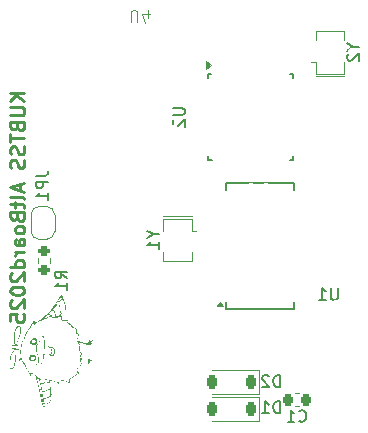
<source format=gbo>
G04 #@! TF.GenerationSoftware,KiCad,Pcbnew,8.0.1*
G04 #@! TF.CreationDate,2024-10-15T00:39:43+09:00*
G04 #@! TF.ProjectId,AltBoard2025,416c7442-6f61-4726-9432-3032352e6b69,rev?*
G04 #@! TF.SameCoordinates,Original*
G04 #@! TF.FileFunction,Legend,Bot*
G04 #@! TF.FilePolarity,Positive*
%FSLAX46Y46*%
G04 Gerber Fmt 4.6, Leading zero omitted, Abs format (unit mm)*
G04 Created by KiCad (PCBNEW 8.0.1) date 2024-10-15 00:39:43*
%MOMM*%
%LPD*%
G01*
G04 APERTURE LIST*
G04 Aperture macros list*
%AMRoundRect*
0 Rectangle with rounded corners*
0 $1 Rounding radius*
0 $2 $3 $4 $5 $6 $7 $8 $9 X,Y pos of 4 corners*
0 Add a 4 corners polygon primitive as box body*
4,1,4,$2,$3,$4,$5,$6,$7,$8,$9,$2,$3,0*
0 Add four circle primitives for the rounded corners*
1,1,$1+$1,$2,$3*
1,1,$1+$1,$4,$5*
1,1,$1+$1,$6,$7*
1,1,$1+$1,$8,$9*
0 Add four rect primitives between the rounded corners*
20,1,$1+$1,$2,$3,$4,$5,0*
20,1,$1+$1,$4,$5,$6,$7,0*
20,1,$1+$1,$6,$7,$8,$9,0*
20,1,$1+$1,$8,$9,$2,$3,0*%
%AMFreePoly0*
4,1,19,0.500000,-0.750000,0.000000,-0.750000,0.000000,-0.744911,-0.071157,-0.744911,-0.207708,-0.704816,-0.327430,-0.627875,-0.420627,-0.520320,-0.479746,-0.390866,-0.500000,-0.250000,-0.500000,0.250000,-0.479746,0.390866,-0.420627,0.520320,-0.327430,0.627875,-0.207708,0.704816,-0.071157,0.744911,0.000000,0.744911,0.000000,0.750000,0.500000,0.750000,0.500000,-0.750000,0.500000,-0.750000,
$1*%
%AMFreePoly1*
4,1,19,0.000000,0.744911,0.071157,0.744911,0.207708,0.704816,0.327430,0.627875,0.420627,0.520320,0.479746,0.390866,0.500000,0.250000,0.500000,-0.250000,0.479746,-0.390866,0.420627,-0.520320,0.327430,-0.627875,0.207708,-0.704816,0.071157,-0.744911,0.000000,-0.744911,0.000000,-0.750000,-0.500000,-0.750000,-0.500000,0.750000,0.000000,0.750000,0.000000,0.744911,0.000000,0.744911,
$1*%
G04 Aperture macros list end*
%ADD10C,0.240000*%
%ADD11C,0.150000*%
%ADD12C,0.100000*%
%ADD13C,0.000000*%
%ADD14C,0.120000*%
%ADD15C,1.520000*%
%ADD16R,1.520000X1.520000*%
%ADD17C,2.300000*%
%ADD18R,1.700000X1.700000*%
%ADD19O,1.700000X1.700000*%
%ADD20R,1.500000X2.300000*%
%ADD21O,1.500000X2.300000*%
%ADD22RoundRect,0.200000X0.275000X-0.200000X0.275000X0.200000X-0.275000X0.200000X-0.275000X-0.200000X0*%
%ADD23RoundRect,0.225000X0.225000X0.375000X-0.225000X0.375000X-0.225000X-0.375000X0.225000X-0.375000X0*%
%ADD24R,0.550000X1.600000*%
%ADD25R,1.600000X0.550000*%
%ADD26R,1.900000X0.400000*%
%ADD27C,1.524000*%
%ADD28FreePoly0,270.000000*%
%ADD29FreePoly1,270.000000*%
%ADD30R,1.750000X0.450000*%
%ADD31RoundRect,0.225000X-0.225000X-0.250000X0.225000X-0.250000X0.225000X0.250000X-0.225000X0.250000X0*%
%ADD32C,0.700000*%
%ADD33C,0.600000*%
%ADD34C,0.500000*%
G04 APERTURE END LIST*
D10*
X117540662Y-25943608D02*
X116340662Y-25943608D01*
X117540662Y-26629322D02*
X116854948Y-26115036D01*
X116340662Y-26629322D02*
X117026377Y-25943608D01*
X116340662Y-27143608D02*
X117312091Y-27143608D01*
X117312091Y-27143608D02*
X117426377Y-27200751D01*
X117426377Y-27200751D02*
X117483520Y-27257894D01*
X117483520Y-27257894D02*
X117540662Y-27372179D01*
X117540662Y-27372179D02*
X117540662Y-27600751D01*
X117540662Y-27600751D02*
X117483520Y-27715036D01*
X117483520Y-27715036D02*
X117426377Y-27772179D01*
X117426377Y-27772179D02*
X117312091Y-27829322D01*
X117312091Y-27829322D02*
X116340662Y-27829322D01*
X116912091Y-28800751D02*
X116969234Y-28972179D01*
X116969234Y-28972179D02*
X117026377Y-29029322D01*
X117026377Y-29029322D02*
X117140662Y-29086465D01*
X117140662Y-29086465D02*
X117312091Y-29086465D01*
X117312091Y-29086465D02*
X117426377Y-29029322D01*
X117426377Y-29029322D02*
X117483520Y-28972179D01*
X117483520Y-28972179D02*
X117540662Y-28857894D01*
X117540662Y-28857894D02*
X117540662Y-28400751D01*
X117540662Y-28400751D02*
X116340662Y-28400751D01*
X116340662Y-28400751D02*
X116340662Y-28800751D01*
X116340662Y-28800751D02*
X116397805Y-28915037D01*
X116397805Y-28915037D02*
X116454948Y-28972179D01*
X116454948Y-28972179D02*
X116569234Y-29029322D01*
X116569234Y-29029322D02*
X116683520Y-29029322D01*
X116683520Y-29029322D02*
X116797805Y-28972179D01*
X116797805Y-28972179D02*
X116854948Y-28915037D01*
X116854948Y-28915037D02*
X116912091Y-28800751D01*
X116912091Y-28800751D02*
X116912091Y-28400751D01*
X116340662Y-29429322D02*
X116340662Y-30115037D01*
X117540662Y-29772179D02*
X116340662Y-29772179D01*
X117483520Y-30457894D02*
X117540662Y-30629323D01*
X117540662Y-30629323D02*
X117540662Y-30915037D01*
X117540662Y-30915037D02*
X117483520Y-31029323D01*
X117483520Y-31029323D02*
X117426377Y-31086465D01*
X117426377Y-31086465D02*
X117312091Y-31143608D01*
X117312091Y-31143608D02*
X117197805Y-31143608D01*
X117197805Y-31143608D02*
X117083520Y-31086465D01*
X117083520Y-31086465D02*
X117026377Y-31029323D01*
X117026377Y-31029323D02*
X116969234Y-30915037D01*
X116969234Y-30915037D02*
X116912091Y-30686465D01*
X116912091Y-30686465D02*
X116854948Y-30572180D01*
X116854948Y-30572180D02*
X116797805Y-30515037D01*
X116797805Y-30515037D02*
X116683520Y-30457894D01*
X116683520Y-30457894D02*
X116569234Y-30457894D01*
X116569234Y-30457894D02*
X116454948Y-30515037D01*
X116454948Y-30515037D02*
X116397805Y-30572180D01*
X116397805Y-30572180D02*
X116340662Y-30686465D01*
X116340662Y-30686465D02*
X116340662Y-30972180D01*
X116340662Y-30972180D02*
X116397805Y-31143608D01*
X117483520Y-31600751D02*
X117540662Y-31772180D01*
X117540662Y-31772180D02*
X117540662Y-32057894D01*
X117540662Y-32057894D02*
X117483520Y-32172180D01*
X117483520Y-32172180D02*
X117426377Y-32229322D01*
X117426377Y-32229322D02*
X117312091Y-32286465D01*
X117312091Y-32286465D02*
X117197805Y-32286465D01*
X117197805Y-32286465D02*
X117083520Y-32229322D01*
X117083520Y-32229322D02*
X117026377Y-32172180D01*
X117026377Y-32172180D02*
X116969234Y-32057894D01*
X116969234Y-32057894D02*
X116912091Y-31829322D01*
X116912091Y-31829322D02*
X116854948Y-31715037D01*
X116854948Y-31715037D02*
X116797805Y-31657894D01*
X116797805Y-31657894D02*
X116683520Y-31600751D01*
X116683520Y-31600751D02*
X116569234Y-31600751D01*
X116569234Y-31600751D02*
X116454948Y-31657894D01*
X116454948Y-31657894D02*
X116397805Y-31715037D01*
X116397805Y-31715037D02*
X116340662Y-31829322D01*
X116340662Y-31829322D02*
X116340662Y-32115037D01*
X116340662Y-32115037D02*
X116397805Y-32286465D01*
X117197805Y-33657894D02*
X117197805Y-34229323D01*
X117540662Y-33543608D02*
X116340662Y-33943608D01*
X116340662Y-33943608D02*
X117540662Y-34343608D01*
X117540662Y-34915036D02*
X117483520Y-34800751D01*
X117483520Y-34800751D02*
X117369234Y-34743608D01*
X117369234Y-34743608D02*
X116340662Y-34743608D01*
X116740662Y-35200750D02*
X116740662Y-35657893D01*
X116340662Y-35372179D02*
X117369234Y-35372179D01*
X117369234Y-35372179D02*
X117483520Y-35429322D01*
X117483520Y-35429322D02*
X117540662Y-35543607D01*
X117540662Y-35543607D02*
X117540662Y-35657893D01*
X116912091Y-36457893D02*
X116969234Y-36629321D01*
X116969234Y-36629321D02*
X117026377Y-36686464D01*
X117026377Y-36686464D02*
X117140662Y-36743607D01*
X117140662Y-36743607D02*
X117312091Y-36743607D01*
X117312091Y-36743607D02*
X117426377Y-36686464D01*
X117426377Y-36686464D02*
X117483520Y-36629321D01*
X117483520Y-36629321D02*
X117540662Y-36515036D01*
X117540662Y-36515036D02*
X117540662Y-36057893D01*
X117540662Y-36057893D02*
X116340662Y-36057893D01*
X116340662Y-36057893D02*
X116340662Y-36457893D01*
X116340662Y-36457893D02*
X116397805Y-36572179D01*
X116397805Y-36572179D02*
X116454948Y-36629321D01*
X116454948Y-36629321D02*
X116569234Y-36686464D01*
X116569234Y-36686464D02*
X116683520Y-36686464D01*
X116683520Y-36686464D02*
X116797805Y-36629321D01*
X116797805Y-36629321D02*
X116854948Y-36572179D01*
X116854948Y-36572179D02*
X116912091Y-36457893D01*
X116912091Y-36457893D02*
X116912091Y-36057893D01*
X117540662Y-37429321D02*
X117483520Y-37315036D01*
X117483520Y-37315036D02*
X117426377Y-37257893D01*
X117426377Y-37257893D02*
X117312091Y-37200750D01*
X117312091Y-37200750D02*
X116969234Y-37200750D01*
X116969234Y-37200750D02*
X116854948Y-37257893D01*
X116854948Y-37257893D02*
X116797805Y-37315036D01*
X116797805Y-37315036D02*
X116740662Y-37429321D01*
X116740662Y-37429321D02*
X116740662Y-37600750D01*
X116740662Y-37600750D02*
X116797805Y-37715036D01*
X116797805Y-37715036D02*
X116854948Y-37772179D01*
X116854948Y-37772179D02*
X116969234Y-37829321D01*
X116969234Y-37829321D02*
X117312091Y-37829321D01*
X117312091Y-37829321D02*
X117426377Y-37772179D01*
X117426377Y-37772179D02*
X117483520Y-37715036D01*
X117483520Y-37715036D02*
X117540662Y-37600750D01*
X117540662Y-37600750D02*
X117540662Y-37429321D01*
X117540662Y-38857893D02*
X116912091Y-38857893D01*
X116912091Y-38857893D02*
X116797805Y-38800750D01*
X116797805Y-38800750D02*
X116740662Y-38686464D01*
X116740662Y-38686464D02*
X116740662Y-38457893D01*
X116740662Y-38457893D02*
X116797805Y-38343607D01*
X117483520Y-38857893D02*
X117540662Y-38743607D01*
X117540662Y-38743607D02*
X117540662Y-38457893D01*
X117540662Y-38457893D02*
X117483520Y-38343607D01*
X117483520Y-38343607D02*
X117369234Y-38286464D01*
X117369234Y-38286464D02*
X117254948Y-38286464D01*
X117254948Y-38286464D02*
X117140662Y-38343607D01*
X117140662Y-38343607D02*
X117083520Y-38457893D01*
X117083520Y-38457893D02*
X117083520Y-38743607D01*
X117083520Y-38743607D02*
X117026377Y-38857893D01*
X117540662Y-39429321D02*
X116740662Y-39429321D01*
X116969234Y-39429321D02*
X116854948Y-39486464D01*
X116854948Y-39486464D02*
X116797805Y-39543607D01*
X116797805Y-39543607D02*
X116740662Y-39657892D01*
X116740662Y-39657892D02*
X116740662Y-39772178D01*
X117540662Y-40686464D02*
X116340662Y-40686464D01*
X117483520Y-40686464D02*
X117540662Y-40572178D01*
X117540662Y-40572178D02*
X117540662Y-40343606D01*
X117540662Y-40343606D02*
X117483520Y-40229321D01*
X117483520Y-40229321D02*
X117426377Y-40172178D01*
X117426377Y-40172178D02*
X117312091Y-40115035D01*
X117312091Y-40115035D02*
X116969234Y-40115035D01*
X116969234Y-40115035D02*
X116854948Y-40172178D01*
X116854948Y-40172178D02*
X116797805Y-40229321D01*
X116797805Y-40229321D02*
X116740662Y-40343606D01*
X116740662Y-40343606D02*
X116740662Y-40572178D01*
X116740662Y-40572178D02*
X116797805Y-40686464D01*
X116454948Y-41200749D02*
X116397805Y-41257892D01*
X116397805Y-41257892D02*
X116340662Y-41372178D01*
X116340662Y-41372178D02*
X116340662Y-41657892D01*
X116340662Y-41657892D02*
X116397805Y-41772178D01*
X116397805Y-41772178D02*
X116454948Y-41829320D01*
X116454948Y-41829320D02*
X116569234Y-41886463D01*
X116569234Y-41886463D02*
X116683520Y-41886463D01*
X116683520Y-41886463D02*
X116854948Y-41829320D01*
X116854948Y-41829320D02*
X117540662Y-41143606D01*
X117540662Y-41143606D02*
X117540662Y-41886463D01*
X116340662Y-42629320D02*
X116340662Y-42743606D01*
X116340662Y-42743606D02*
X116397805Y-42857892D01*
X116397805Y-42857892D02*
X116454948Y-42915035D01*
X116454948Y-42915035D02*
X116569234Y-42972177D01*
X116569234Y-42972177D02*
X116797805Y-43029320D01*
X116797805Y-43029320D02*
X117083520Y-43029320D01*
X117083520Y-43029320D02*
X117312091Y-42972177D01*
X117312091Y-42972177D02*
X117426377Y-42915035D01*
X117426377Y-42915035D02*
X117483520Y-42857892D01*
X117483520Y-42857892D02*
X117540662Y-42743606D01*
X117540662Y-42743606D02*
X117540662Y-42629320D01*
X117540662Y-42629320D02*
X117483520Y-42515035D01*
X117483520Y-42515035D02*
X117426377Y-42457892D01*
X117426377Y-42457892D02*
X117312091Y-42400749D01*
X117312091Y-42400749D02*
X117083520Y-42343606D01*
X117083520Y-42343606D02*
X116797805Y-42343606D01*
X116797805Y-42343606D02*
X116569234Y-42400749D01*
X116569234Y-42400749D02*
X116454948Y-42457892D01*
X116454948Y-42457892D02*
X116397805Y-42515035D01*
X116397805Y-42515035D02*
X116340662Y-42629320D01*
X116454948Y-43486463D02*
X116397805Y-43543606D01*
X116397805Y-43543606D02*
X116340662Y-43657892D01*
X116340662Y-43657892D02*
X116340662Y-43943606D01*
X116340662Y-43943606D02*
X116397805Y-44057892D01*
X116397805Y-44057892D02*
X116454948Y-44115034D01*
X116454948Y-44115034D02*
X116569234Y-44172177D01*
X116569234Y-44172177D02*
X116683520Y-44172177D01*
X116683520Y-44172177D02*
X116854948Y-44115034D01*
X116854948Y-44115034D02*
X117540662Y-43429320D01*
X117540662Y-43429320D02*
X117540662Y-44172177D01*
X116340662Y-45257891D02*
X116340662Y-44686463D01*
X116340662Y-44686463D02*
X116912091Y-44629320D01*
X116912091Y-44629320D02*
X116854948Y-44686463D01*
X116854948Y-44686463D02*
X116797805Y-44800749D01*
X116797805Y-44800749D02*
X116797805Y-45086463D01*
X116797805Y-45086463D02*
X116854948Y-45200749D01*
X116854948Y-45200749D02*
X116912091Y-45257891D01*
X116912091Y-45257891D02*
X117026377Y-45315034D01*
X117026377Y-45315034D02*
X117312091Y-45315034D01*
X117312091Y-45315034D02*
X117426377Y-45257891D01*
X117426377Y-45257891D02*
X117483520Y-45200749D01*
X117483520Y-45200749D02*
X117540662Y-45086463D01*
X117540662Y-45086463D02*
X117540662Y-44800749D01*
X117540662Y-44800749D02*
X117483520Y-44686463D01*
X117483520Y-44686463D02*
X117426377Y-44629320D01*
D11*
X121154819Y-41633333D02*
X120678628Y-41300000D01*
X121154819Y-41061905D02*
X120154819Y-41061905D01*
X120154819Y-41061905D02*
X120154819Y-41442857D01*
X120154819Y-41442857D02*
X120202438Y-41538095D01*
X120202438Y-41538095D02*
X120250057Y-41585714D01*
X120250057Y-41585714D02*
X120345295Y-41633333D01*
X120345295Y-41633333D02*
X120488152Y-41633333D01*
X120488152Y-41633333D02*
X120583390Y-41585714D01*
X120583390Y-41585714D02*
X120631009Y-41538095D01*
X120631009Y-41538095D02*
X120678628Y-41442857D01*
X120678628Y-41442857D02*
X120678628Y-41061905D01*
X121154819Y-42585714D02*
X121154819Y-42014286D01*
X121154819Y-42300000D02*
X120154819Y-42300000D01*
X120154819Y-42300000D02*
X120297676Y-42204762D01*
X120297676Y-42204762D02*
X120392914Y-42109524D01*
X120392914Y-42109524D02*
X120440533Y-42014286D01*
X139188094Y-50854819D02*
X139188094Y-49854819D01*
X139188094Y-49854819D02*
X138949999Y-49854819D01*
X138949999Y-49854819D02*
X138807142Y-49902438D01*
X138807142Y-49902438D02*
X138711904Y-49997676D01*
X138711904Y-49997676D02*
X138664285Y-50092914D01*
X138664285Y-50092914D02*
X138616666Y-50283390D01*
X138616666Y-50283390D02*
X138616666Y-50426247D01*
X138616666Y-50426247D02*
X138664285Y-50616723D01*
X138664285Y-50616723D02*
X138711904Y-50711961D01*
X138711904Y-50711961D02*
X138807142Y-50807200D01*
X138807142Y-50807200D02*
X138949999Y-50854819D01*
X138949999Y-50854819D02*
X139188094Y-50854819D01*
X138235713Y-49950057D02*
X138188094Y-49902438D01*
X138188094Y-49902438D02*
X138092856Y-49854819D01*
X138092856Y-49854819D02*
X137854761Y-49854819D01*
X137854761Y-49854819D02*
X137759523Y-49902438D01*
X137759523Y-49902438D02*
X137711904Y-49950057D01*
X137711904Y-49950057D02*
X137664285Y-50045295D01*
X137664285Y-50045295D02*
X137664285Y-50140533D01*
X137664285Y-50140533D02*
X137711904Y-50283390D01*
X137711904Y-50283390D02*
X138283332Y-50854819D01*
X138283332Y-50854819D02*
X137664285Y-50854819D01*
X130104819Y-27238095D02*
X130914342Y-27238095D01*
X130914342Y-27238095D02*
X131009580Y-27285714D01*
X131009580Y-27285714D02*
X131057200Y-27333333D01*
X131057200Y-27333333D02*
X131104819Y-27428571D01*
X131104819Y-27428571D02*
X131104819Y-27619047D01*
X131104819Y-27619047D02*
X131057200Y-27714285D01*
X131057200Y-27714285D02*
X131009580Y-27761904D01*
X131009580Y-27761904D02*
X130914342Y-27809523D01*
X130914342Y-27809523D02*
X130104819Y-27809523D01*
X130200057Y-28238095D02*
X130152438Y-28285714D01*
X130152438Y-28285714D02*
X130104819Y-28380952D01*
X130104819Y-28380952D02*
X130104819Y-28619047D01*
X130104819Y-28619047D02*
X130152438Y-28714285D01*
X130152438Y-28714285D02*
X130200057Y-28761904D01*
X130200057Y-28761904D02*
X130295295Y-28809523D01*
X130295295Y-28809523D02*
X130390533Y-28809523D01*
X130390533Y-28809523D02*
X130533390Y-28761904D01*
X130533390Y-28761904D02*
X131104819Y-28190476D01*
X131104819Y-28190476D02*
X131104819Y-28809523D01*
X145378628Y-22023809D02*
X145854819Y-22023809D01*
X144854819Y-21690476D02*
X145378628Y-22023809D01*
X145378628Y-22023809D02*
X144854819Y-22357142D01*
X144950057Y-22642857D02*
X144902438Y-22690476D01*
X144902438Y-22690476D02*
X144854819Y-22785714D01*
X144854819Y-22785714D02*
X144854819Y-23023809D01*
X144854819Y-23023809D02*
X144902438Y-23119047D01*
X144902438Y-23119047D02*
X144950057Y-23166666D01*
X144950057Y-23166666D02*
X145045295Y-23214285D01*
X145045295Y-23214285D02*
X145140533Y-23214285D01*
X145140533Y-23214285D02*
X145283390Y-23166666D01*
X145283390Y-23166666D02*
X145854819Y-22595238D01*
X145854819Y-22595238D02*
X145854819Y-23214285D01*
X139188094Y-53054819D02*
X139188094Y-52054819D01*
X139188094Y-52054819D02*
X138949999Y-52054819D01*
X138949999Y-52054819D02*
X138807142Y-52102438D01*
X138807142Y-52102438D02*
X138711904Y-52197676D01*
X138711904Y-52197676D02*
X138664285Y-52292914D01*
X138664285Y-52292914D02*
X138616666Y-52483390D01*
X138616666Y-52483390D02*
X138616666Y-52626247D01*
X138616666Y-52626247D02*
X138664285Y-52816723D01*
X138664285Y-52816723D02*
X138711904Y-52911961D01*
X138711904Y-52911961D02*
X138807142Y-53007200D01*
X138807142Y-53007200D02*
X138949999Y-53054819D01*
X138949999Y-53054819D02*
X139188094Y-53054819D01*
X137664285Y-53054819D02*
X138235713Y-53054819D01*
X137949999Y-53054819D02*
X137949999Y-52054819D01*
X137949999Y-52054819D02*
X138045237Y-52197676D01*
X138045237Y-52197676D02*
X138140475Y-52292914D01*
X138140475Y-52292914D02*
X138235713Y-52340533D01*
D12*
X126538095Y-19942580D02*
X126538095Y-19133057D01*
X126538095Y-19133057D02*
X126585714Y-19037819D01*
X126585714Y-19037819D02*
X126633333Y-18990200D01*
X126633333Y-18990200D02*
X126728571Y-18942580D01*
X126728571Y-18942580D02*
X126919047Y-18942580D01*
X126919047Y-18942580D02*
X127014285Y-18990200D01*
X127014285Y-18990200D02*
X127061904Y-19037819D01*
X127061904Y-19037819D02*
X127109523Y-19133057D01*
X127109523Y-19133057D02*
X127109523Y-19942580D01*
X128014285Y-19609247D02*
X128014285Y-18942580D01*
X127776190Y-19990200D02*
X127538095Y-19275914D01*
X127538095Y-19275914D02*
X128157142Y-19275914D01*
D11*
X118554819Y-32966666D02*
X119269104Y-32966666D01*
X119269104Y-32966666D02*
X119411961Y-32919047D01*
X119411961Y-32919047D02*
X119507200Y-32823809D01*
X119507200Y-32823809D02*
X119554819Y-32680952D01*
X119554819Y-32680952D02*
X119554819Y-32585714D01*
X119554819Y-33442857D02*
X118554819Y-33442857D01*
X118554819Y-33442857D02*
X118554819Y-33823809D01*
X118554819Y-33823809D02*
X118602438Y-33919047D01*
X118602438Y-33919047D02*
X118650057Y-33966666D01*
X118650057Y-33966666D02*
X118745295Y-34014285D01*
X118745295Y-34014285D02*
X118888152Y-34014285D01*
X118888152Y-34014285D02*
X118983390Y-33966666D01*
X118983390Y-33966666D02*
X119031009Y-33919047D01*
X119031009Y-33919047D02*
X119078628Y-33823809D01*
X119078628Y-33823809D02*
X119078628Y-33442857D01*
X119554819Y-34966666D02*
X119554819Y-34395238D01*
X119554819Y-34680952D02*
X118554819Y-34680952D01*
X118554819Y-34680952D02*
X118697676Y-34585714D01*
X118697676Y-34585714D02*
X118792914Y-34490476D01*
X118792914Y-34490476D02*
X118840533Y-34395238D01*
X144061904Y-42454819D02*
X144061904Y-43264342D01*
X144061904Y-43264342D02*
X144014285Y-43359580D01*
X144014285Y-43359580D02*
X143966666Y-43407200D01*
X143966666Y-43407200D02*
X143871428Y-43454819D01*
X143871428Y-43454819D02*
X143680952Y-43454819D01*
X143680952Y-43454819D02*
X143585714Y-43407200D01*
X143585714Y-43407200D02*
X143538095Y-43359580D01*
X143538095Y-43359580D02*
X143490476Y-43264342D01*
X143490476Y-43264342D02*
X143490476Y-42454819D01*
X142490476Y-43454819D02*
X143061904Y-43454819D01*
X142776190Y-43454819D02*
X142776190Y-42454819D01*
X142776190Y-42454819D02*
X142871428Y-42597676D01*
X142871428Y-42597676D02*
X142966666Y-42692914D01*
X142966666Y-42692914D02*
X143061904Y-42740533D01*
X140791666Y-53689580D02*
X140839285Y-53737200D01*
X140839285Y-53737200D02*
X140982142Y-53784819D01*
X140982142Y-53784819D02*
X141077380Y-53784819D01*
X141077380Y-53784819D02*
X141220237Y-53737200D01*
X141220237Y-53737200D02*
X141315475Y-53641961D01*
X141315475Y-53641961D02*
X141363094Y-53546723D01*
X141363094Y-53546723D02*
X141410713Y-53356247D01*
X141410713Y-53356247D02*
X141410713Y-53213390D01*
X141410713Y-53213390D02*
X141363094Y-53022914D01*
X141363094Y-53022914D02*
X141315475Y-52927676D01*
X141315475Y-52927676D02*
X141220237Y-52832438D01*
X141220237Y-52832438D02*
X141077380Y-52784819D01*
X141077380Y-52784819D02*
X140982142Y-52784819D01*
X140982142Y-52784819D02*
X140839285Y-52832438D01*
X140839285Y-52832438D02*
X140791666Y-52880057D01*
X139839285Y-53784819D02*
X140410713Y-53784819D01*
X140124999Y-53784819D02*
X140124999Y-52784819D01*
X140124999Y-52784819D02*
X140220237Y-52927676D01*
X140220237Y-52927676D02*
X140315475Y-53022914D01*
X140315475Y-53022914D02*
X140410713Y-53070533D01*
X128478628Y-37923809D02*
X128954819Y-37923809D01*
X127954819Y-37590476D02*
X128478628Y-37923809D01*
X128478628Y-37923809D02*
X127954819Y-38257142D01*
X128954819Y-39114285D02*
X128954819Y-38542857D01*
X128954819Y-38828571D02*
X127954819Y-38828571D01*
X127954819Y-38828571D02*
X128097676Y-38733333D01*
X128097676Y-38733333D02*
X128192914Y-38638095D01*
X128192914Y-38638095D02*
X128240533Y-38542857D01*
D13*
G36*
X120763000Y-43075614D02*
G01*
X120780794Y-43110310D01*
X120793798Y-43135666D01*
X120808739Y-43224035D01*
X120810685Y-43248144D01*
X120820041Y-43304716D01*
X120832700Y-43339035D01*
X120840439Y-43351571D01*
X120838716Y-43364034D01*
X120838410Y-43377302D01*
X120856338Y-43410631D01*
X120873596Y-43446229D01*
X120873465Y-43470631D01*
X120870092Y-43475874D01*
X120883395Y-43484035D01*
X120891256Y-43484979D01*
X120902479Y-43499035D01*
X120905753Y-43519679D01*
X120923183Y-43559034D01*
X120936544Y-43589364D01*
X120934983Y-43604034D01*
X120931440Y-43608420D01*
X120944106Y-43630875D01*
X120953783Y-43646826D01*
X120953222Y-43670875D01*
X120949945Y-43675836D01*
X120962767Y-43684035D01*
X120972819Y-43688363D01*
X120973961Y-43714035D01*
X120971216Y-43729486D01*
X120984589Y-43744035D01*
X120991314Y-43744772D01*
X121004360Y-43759035D01*
X121005890Y-43784035D01*
X121010461Y-43798610D01*
X121020025Y-43836270D01*
X121036028Y-43904035D01*
X121036165Y-43904633D01*
X121041668Y-43950126D01*
X121045419Y-44021301D01*
X121047126Y-44104170D01*
X121046496Y-44184743D01*
X121043237Y-44249035D01*
X121038568Y-44267418D01*
X121020062Y-44284035D01*
X121014527Y-44284591D01*
X121011729Y-44295701D01*
X121011266Y-44311916D01*
X120990062Y-44343174D01*
X120974903Y-44359445D01*
X120932822Y-44404573D01*
X120884360Y-44456507D01*
X120851060Y-44490600D01*
X120783460Y-44554865D01*
X120716311Y-44614035D01*
X120710430Y-44618954D01*
X120631288Y-44685964D01*
X120578241Y-44733265D01*
X120546425Y-44765799D01*
X120530978Y-44788506D01*
X120527035Y-44806328D01*
X120529169Y-44818905D01*
X120542035Y-44813602D01*
X120542564Y-44812914D01*
X120572395Y-44797095D01*
X120621729Y-44787095D01*
X120647455Y-44784730D01*
X120670099Y-44786606D01*
X120683548Y-44800478D01*
X120690391Y-44833342D01*
X120693220Y-44892195D01*
X120694623Y-44984035D01*
X120694994Y-45004221D01*
X120699130Y-45078793D01*
X120707763Y-45118909D01*
X120721729Y-45129035D01*
X120731631Y-45128699D01*
X120746729Y-45144035D01*
X120747247Y-45149097D01*
X120761729Y-45159953D01*
X120774785Y-45159492D01*
X120819355Y-45162964D01*
X120880965Y-45170541D01*
X120968277Y-45175606D01*
X121050965Y-45158590D01*
X121055705Y-45156724D01*
X121109659Y-45141481D01*
X121150499Y-45139232D01*
X121178578Y-45156415D01*
X121192838Y-45197461D01*
X121179799Y-45246073D01*
X121179237Y-45247038D01*
X121174949Y-45281068D01*
X121203767Y-45321073D01*
X121205928Y-45323214D01*
X121235005Y-45347463D01*
X121247337Y-45349035D01*
X121251945Y-45347182D01*
X121268330Y-45369035D01*
X121283182Y-45388795D01*
X121307722Y-45404035D01*
X121328649Y-45412278D01*
X121363699Y-45439035D01*
X121372919Y-45447607D01*
X121413606Y-45484451D01*
X121471395Y-45536045D01*
X121536951Y-45594035D01*
X121563320Y-45617389D01*
X121625654Y-45673680D01*
X121675672Y-45720322D01*
X121704426Y-45749035D01*
X121728374Y-45770404D01*
X121759034Y-45784035D01*
X121771256Y-45787500D01*
X121793961Y-45814035D01*
X121802730Y-45827854D01*
X121836101Y-45844035D01*
X121850504Y-45846539D01*
X121866729Y-45865215D01*
X121868299Y-45872449D01*
X121886729Y-45874035D01*
X121894513Y-45870953D01*
X121906729Y-45883482D01*
X121912245Y-45897309D01*
X121941729Y-45918690D01*
X121958884Y-45927991D01*
X121997132Y-45959386D01*
X122030898Y-45996617D01*
X122046063Y-46025263D01*
X122046056Y-46025742D01*
X122033172Y-46047690D01*
X122003166Y-46083251D01*
X121971989Y-46127296D01*
X121956622Y-46170478D01*
X121959611Y-46194662D01*
X121978718Y-46234559D01*
X122006253Y-46264184D01*
X122031729Y-46269682D01*
X122036906Y-46268299D01*
X122046729Y-46284035D01*
X122048023Y-46291405D01*
X122065347Y-46294889D01*
X122072774Y-46292159D01*
X122096729Y-46304035D01*
X122102269Y-46310650D01*
X122125844Y-46314581D01*
X122149644Y-46317686D01*
X122173579Y-46347949D01*
X122187550Y-46394035D01*
X122188102Y-46403778D01*
X122181470Y-46452019D01*
X122164850Y-46504529D01*
X122143729Y-46546728D01*
X122123592Y-46564035D01*
X122117197Y-46565556D01*
X122116729Y-46584035D01*
X122119771Y-46591851D01*
X122106729Y-46604035D01*
X122098978Y-46605634D01*
X122096729Y-46624035D01*
X122099771Y-46631851D01*
X122086729Y-46644035D01*
X122078978Y-46645634D01*
X122076729Y-46664035D01*
X122079632Y-46672302D01*
X122064576Y-46684035D01*
X122055635Y-46685216D01*
X122053222Y-46697194D01*
X122056793Y-46708031D01*
X122044106Y-46737194D01*
X122033801Y-46751756D01*
X122032883Y-46764035D01*
X122035957Y-46780523D01*
X122027819Y-46820231D01*
X122021653Y-46859632D01*
X122039215Y-46914053D01*
X122057131Y-46935136D01*
X122066729Y-46937589D01*
X122068123Y-46935375D01*
X122092204Y-46937381D01*
X122136729Y-46952746D01*
X122150467Y-46958263D01*
X122190591Y-46971101D01*
X122206729Y-46970565D01*
X122212437Y-46968616D01*
X122236729Y-46984035D01*
X122254424Y-46995833D01*
X122266729Y-46994035D01*
X122271613Y-46989692D01*
X122294623Y-47002287D01*
X122311296Y-47013684D01*
X122339623Y-47022368D01*
X122340163Y-47022274D01*
X122366729Y-47023196D01*
X122373953Y-47025584D01*
X122406729Y-47034396D01*
X122436091Y-47041578D01*
X122486729Y-47054035D01*
X122524150Y-47063247D01*
X122536729Y-47066327D01*
X122566729Y-47073673D01*
X122575536Y-47076040D01*
X122580715Y-47077432D01*
X122596729Y-47084035D01*
X122602199Y-47086996D01*
X122631729Y-47095565D01*
X122649714Y-47099917D01*
X122701729Y-47112504D01*
X122720723Y-47117518D01*
X122741729Y-47125004D01*
X122743135Y-47125912D01*
X122766729Y-47134035D01*
X122770016Y-47134888D01*
X122796729Y-47144035D01*
X122798561Y-47144888D01*
X122826729Y-47154035D01*
X122829097Y-47154634D01*
X122861729Y-47163903D01*
X122891729Y-47166403D01*
X122895459Y-47166444D01*
X122896729Y-47168426D01*
X122906729Y-47184035D01*
X122911902Y-47199711D01*
X122929788Y-47201297D01*
X122941789Y-47179035D01*
X122944969Y-47157368D01*
X123073395Y-47157368D01*
X123076327Y-47159761D01*
X123100062Y-47157368D01*
X123103191Y-47151352D01*
X123086729Y-47144035D01*
X123076141Y-47145478D01*
X123073395Y-47157368D01*
X122944969Y-47157368D01*
X122945753Y-47152027D01*
X122956292Y-47104035D01*
X122956729Y-47102310D01*
X122963996Y-47073633D01*
X123031002Y-47073633D01*
X123033395Y-47097368D01*
X123039411Y-47100497D01*
X123046729Y-47084035D01*
X123045285Y-47073447D01*
X123033395Y-47070701D01*
X123031002Y-47073633D01*
X122963996Y-47073633D01*
X122965790Y-47066552D01*
X122976367Y-47024035D01*
X122976729Y-47022608D01*
X122979885Y-47010169D01*
X122987567Y-46984035D01*
X122989097Y-46959035D01*
X122989138Y-46955304D01*
X123006729Y-46944035D01*
X123011628Y-46943562D01*
X123024360Y-46929035D01*
X123026800Y-46885739D01*
X123033395Y-46879561D01*
X123058360Y-46856176D01*
X123073810Y-46852836D01*
X123083872Y-46867102D01*
X123080842Y-46911930D01*
X123080276Y-46916003D01*
X123070355Y-46967425D01*
X123059431Y-46999662D01*
X123056701Y-47012216D01*
X123072495Y-47040521D01*
X123075918Y-47042892D01*
X123086729Y-47042681D01*
X123100206Y-47042418D01*
X123138202Y-47017071D01*
X123195293Y-46963472D01*
X123197612Y-46961148D01*
X123248279Y-46914459D01*
X123288965Y-46884158D01*
X123311050Y-46876705D01*
X123314896Y-46880749D01*
X123307176Y-46909024D01*
X123266070Y-46958780D01*
X123191729Y-47029820D01*
X123182779Y-47037981D01*
X123137464Y-47087497D01*
X123127889Y-47119538D01*
X123154246Y-47134908D01*
X123176729Y-47134731D01*
X123216729Y-47134415D01*
X123243950Y-47132024D01*
X123288953Y-47130237D01*
X123306729Y-47133035D01*
X123301646Y-47157812D01*
X123283951Y-47186205D01*
X123264633Y-47192739D01*
X123258139Y-47190257D01*
X123246729Y-47204035D01*
X123245129Y-47211785D01*
X123226729Y-47214035D01*
X123218461Y-47211131D01*
X123206729Y-47226187D01*
X123205626Y-47235130D01*
X123194246Y-47238218D01*
X123177701Y-47239815D01*
X123149246Y-47264672D01*
X123119356Y-47287749D01*
X123047539Y-47304069D01*
X122946729Y-47296150D01*
X122912837Y-47289393D01*
X122891729Y-47283201D01*
X122890324Y-47282267D01*
X122873493Y-47276395D01*
X123106729Y-47276395D01*
X123108031Y-47279131D01*
X123126729Y-47274035D01*
X123132649Y-47269926D01*
X123146729Y-47251674D01*
X123145426Y-47248938D01*
X123126729Y-47254035D01*
X123120808Y-47258143D01*
X123106729Y-47276395D01*
X122873493Y-47276395D01*
X122866729Y-47274035D01*
X122863441Y-47273181D01*
X122836729Y-47264035D01*
X122834896Y-47263181D01*
X122806729Y-47254035D01*
X122946729Y-47254035D01*
X122956729Y-47264035D01*
X122966729Y-47254035D01*
X122956729Y-47244035D01*
X122946729Y-47254035D01*
X122806729Y-47254035D01*
X122803441Y-47253181D01*
X122776729Y-47244035D01*
X122774896Y-47243181D01*
X122746729Y-47234035D01*
X122886729Y-47234035D01*
X122896729Y-47244035D01*
X122906729Y-47234035D01*
X122896729Y-47224035D01*
X122886729Y-47234035D01*
X122746729Y-47234035D01*
X122742624Y-47232952D01*
X122721729Y-47225004D01*
X122719913Y-47223921D01*
X122691928Y-47215157D01*
X122648941Y-47205422D01*
X122611729Y-47199529D01*
X122602701Y-47197538D01*
X122586729Y-47179521D01*
X122585604Y-47174123D01*
X122568110Y-47173180D01*
X122560683Y-47175910D01*
X122536729Y-47164035D01*
X122531114Y-47157439D01*
X122506729Y-47154035D01*
X122499825Y-47156458D01*
X122476729Y-47144035D01*
X122470993Y-47137468D01*
X122445347Y-47134889D01*
X122438543Y-47137539D01*
X122431478Y-47129463D01*
X122575400Y-47129463D01*
X122594813Y-47140532D01*
X122642202Y-47159187D01*
X122708834Y-47181929D01*
X122720013Y-47185497D01*
X122787211Y-47205468D01*
X122836512Y-47217645D01*
X122857921Y-47219509D01*
X122858057Y-47218606D01*
X122850040Y-47214035D01*
X122966729Y-47214035D01*
X122976729Y-47224035D01*
X122978877Y-47221887D01*
X123026134Y-47221887D01*
X123033595Y-47237568D01*
X123036330Y-47239207D01*
X123066189Y-47236149D01*
X123111929Y-47217433D01*
X123145426Y-47200029D01*
X123176729Y-47183764D01*
X123106729Y-47196235D01*
X123097148Y-47197971D01*
X123045247Y-47209858D01*
X123026134Y-47221887D01*
X122978877Y-47221887D01*
X122986729Y-47214035D01*
X122976729Y-47204035D01*
X122966729Y-47214035D01*
X122850040Y-47214035D01*
X122838644Y-47207537D01*
X122791255Y-47188882D01*
X122724623Y-47166140D01*
X122713444Y-47162572D01*
X122646246Y-47142601D01*
X122596945Y-47130424D01*
X122575536Y-47128560D01*
X122575400Y-47129463D01*
X122431478Y-47129463D01*
X122426729Y-47124035D01*
X122425434Y-47116664D01*
X122412361Y-47114035D01*
X122526729Y-47114035D01*
X122536729Y-47124035D01*
X122546729Y-47114035D01*
X122536729Y-47104035D01*
X122526729Y-47114035D01*
X122412361Y-47114035D01*
X122408110Y-47113180D01*
X122400683Y-47115910D01*
X122376729Y-47104035D01*
X122370993Y-47097468D01*
X122345347Y-47094889D01*
X122337733Y-47097438D01*
X122326729Y-47081882D01*
X122325609Y-47072940D01*
X122314099Y-47069997D01*
X122296130Y-47072590D01*
X122259099Y-47059082D01*
X122229044Y-47045208D01*
X122201729Y-47039785D01*
X122199521Y-47040229D01*
X122186729Y-47027368D01*
X122183369Y-47019727D01*
X122156729Y-47010701D01*
X122155110Y-47010711D01*
X122130239Y-47018198D01*
X122135521Y-47042258D01*
X122171729Y-47086803D01*
X122193456Y-47116407D01*
X122218625Y-47181268D01*
X122222975Y-47246756D01*
X122204096Y-47297206D01*
X122201526Y-47300364D01*
X122189689Y-47328189D01*
X122212173Y-47353176D01*
X122230019Y-47370841D01*
X122233084Y-47391012D01*
X122229866Y-47396081D01*
X122243395Y-47404035D01*
X122244070Y-47404060D01*
X122260096Y-47422595D01*
X122266729Y-47465215D01*
X122266719Y-47467308D01*
X122260893Y-47506219D01*
X122246729Y-47514035D01*
X122238853Y-47515873D01*
X122229914Y-47548167D01*
X122226729Y-47612854D01*
X122228201Y-47656298D01*
X122235664Y-47705597D01*
X122247909Y-47724035D01*
X122254939Y-47725444D01*
X122257092Y-47743447D01*
X122255724Y-47769715D01*
X122275560Y-47820019D01*
X122314116Y-47882167D01*
X122366441Y-47946943D01*
X122399547Y-47985798D01*
X122422355Y-48028786D01*
X122415881Y-48065762D01*
X122381167Y-48108125D01*
X122349835Y-48146010D01*
X122309006Y-48213001D01*
X122278633Y-48282093D01*
X122266729Y-48337246D01*
X122271286Y-48356459D01*
X122281916Y-48370383D01*
X122297580Y-48390902D01*
X122334250Y-48414125D01*
X122366160Y-48414386D01*
X122372360Y-48411908D01*
X122395866Y-48422639D01*
X122397498Y-48424096D01*
X122427788Y-48431186D01*
X122489130Y-48437012D01*
X122574017Y-48441032D01*
X122674942Y-48442708D01*
X122694201Y-48442801D01*
X122794680Y-48444428D01*
X122881213Y-48447643D01*
X122945115Y-48452030D01*
X122977703Y-48457176D01*
X122998981Y-48461625D01*
X123001240Y-48462097D01*
X122997225Y-48444839D01*
X122991288Y-48429443D01*
X123008945Y-48428940D01*
X123020726Y-48435950D01*
X123031233Y-48463021D01*
X123030631Y-48472109D01*
X123043967Y-48475741D01*
X123056729Y-48474670D01*
X123058389Y-48474531D01*
X123086729Y-48494035D01*
X123103507Y-48508682D01*
X123128995Y-48512634D01*
X123135415Y-48510191D01*
X123146729Y-48524035D01*
X123148328Y-48531785D01*
X123166729Y-48534035D01*
X123174476Y-48530909D01*
X123186729Y-48542854D01*
X123187345Y-48548756D01*
X123201729Y-48561666D01*
X123231729Y-48564166D01*
X123235699Y-48565325D01*
X123270062Y-48571535D01*
X123279391Y-48574348D01*
X123302037Y-48599961D01*
X123302662Y-48609465D01*
X123282462Y-48620548D01*
X123228704Y-48621051D01*
X123209083Y-48619476D01*
X123164521Y-48611826D01*
X123146729Y-48601894D01*
X123141227Y-48595018D01*
X123111729Y-48592711D01*
X123094828Y-48598682D01*
X123075541Y-48629704D01*
X123085125Y-48674035D01*
X123087502Y-48678582D01*
X123098922Y-48709035D01*
X123105715Y-48729035D01*
X123109984Y-48741810D01*
X123118089Y-48779035D01*
X123120762Y-48801297D01*
X123113477Y-48821970D01*
X123091966Y-48809233D01*
X123059910Y-48764035D01*
X123057315Y-48759722D01*
X123025053Y-48718252D01*
X122998330Y-48703297D01*
X122984176Y-48719035D01*
X122981702Y-48733908D01*
X122975162Y-48774035D01*
X122972081Y-48792204D01*
X122952983Y-48871171D01*
X122930632Y-48911107D01*
X122904651Y-48912750D01*
X122902817Y-48910937D01*
X122896549Y-48880773D01*
X122896525Y-48825459D01*
X122901874Y-48757037D01*
X122911722Y-48687547D01*
X122917409Y-48662854D01*
X122986729Y-48662854D01*
X122987497Y-48668659D01*
X123006729Y-48684035D01*
X123011255Y-48683805D01*
X123026729Y-48675215D01*
X123025808Y-48672007D01*
X123006729Y-48654035D01*
X122998981Y-48650909D01*
X122986729Y-48662854D01*
X122917409Y-48662854D01*
X122925198Y-48629035D01*
X122928701Y-48609035D01*
X122932246Y-48596584D01*
X122942445Y-48574035D01*
X123046729Y-48574035D01*
X123056729Y-48584035D01*
X123066729Y-48574035D01*
X123056729Y-48564035D01*
X123046729Y-48574035D01*
X122942445Y-48574035D01*
X122948280Y-48561135D01*
X122950720Y-48556320D01*
X122956155Y-48526966D01*
X122937145Y-48507048D01*
X122889894Y-48495553D01*
X122810602Y-48491469D01*
X122695472Y-48493785D01*
X122606734Y-48497214D01*
X122520735Y-48500774D01*
X122463556Y-48503859D01*
X122428869Y-48507119D01*
X122410346Y-48511202D01*
X122401660Y-48516758D01*
X122396482Y-48524434D01*
X122387848Y-48531486D01*
X122356088Y-48531021D01*
X122341175Y-48528553D01*
X122326729Y-48543075D01*
X122323637Y-48552833D01*
X122301729Y-48551376D01*
X122299273Y-48549919D01*
X122286762Y-48545864D01*
X122301555Y-48567036D01*
X122313368Y-48586949D01*
X122313222Y-48610875D01*
X122309988Y-48616308D01*
X122324576Y-48624035D01*
X122333570Y-48625467D01*
X122338711Y-48640827D01*
X122337381Y-48645943D01*
X122344701Y-48679981D01*
X122366393Y-48728632D01*
X122374443Y-48744504D01*
X122391418Y-48788322D01*
X122392257Y-48811839D01*
X122389447Y-48815700D01*
X122400395Y-48824035D01*
X122407640Y-48827939D01*
X122416891Y-48856744D01*
X122417836Y-48899196D01*
X122410954Y-48937996D01*
X122396729Y-48955842D01*
X122364627Y-48963189D01*
X122298094Y-48993837D01*
X122230756Y-49038825D01*
X122178821Y-49088303D01*
X122167986Y-49101807D01*
X122130795Y-49148008D01*
X122105638Y-49179035D01*
X122097303Y-49192081D01*
X122100940Y-49204341D01*
X122105679Y-49205844D01*
X122096321Y-49219341D01*
X122081656Y-49234268D01*
X122052360Y-49286964D01*
X122028276Y-49357505D01*
X122015060Y-49431150D01*
X122013474Y-49470579D01*
X122022061Y-49503857D01*
X122047658Y-49518483D01*
X122070100Y-49527794D01*
X122086729Y-49547547D01*
X122087703Y-49553064D01*
X122104633Y-49555330D01*
X122115682Y-49554144D01*
X122134492Y-49575417D01*
X122143345Y-49589967D01*
X122164492Y-49595417D01*
X122175112Y-49593884D01*
X122194005Y-49614149D01*
X122196604Y-49622497D01*
X122197223Y-49660276D01*
X122184653Y-49688810D01*
X122164633Y-49692739D01*
X122158757Y-49690211D01*
X122146729Y-49701506D01*
X122143432Y-49709439D01*
X122115880Y-49729660D01*
X122075721Y-49745283D01*
X122041729Y-49747997D01*
X122037837Y-49747656D01*
X122026729Y-49764035D01*
X122023344Y-49773235D01*
X121996729Y-49784035D01*
X121982909Y-49786431D01*
X121966729Y-49805215D01*
X121965158Y-49812449D01*
X121946729Y-49814035D01*
X121938981Y-49810909D01*
X121926729Y-49822854D01*
X121923107Y-49832815D01*
X121896101Y-49844035D01*
X121880690Y-49847429D01*
X121853961Y-49874035D01*
X121845464Y-49887902D01*
X121814589Y-49904035D01*
X121802768Y-49905935D01*
X121786729Y-49924035D01*
X121783344Y-49933235D01*
X121756729Y-49944035D01*
X121742928Y-49946291D01*
X121726729Y-49964035D01*
X121723344Y-49973235D01*
X121696729Y-49984035D01*
X121682928Y-49986291D01*
X121666729Y-50004035D01*
X121663344Y-50013235D01*
X121636729Y-50024035D01*
X121622928Y-50026291D01*
X121606729Y-50044035D01*
X121603344Y-50053235D01*
X121576729Y-50064035D01*
X121562909Y-50066431D01*
X121546729Y-50085215D01*
X121545158Y-50092449D01*
X121526729Y-50094035D01*
X121518912Y-50090992D01*
X121506729Y-50104035D01*
X121505129Y-50111785D01*
X121486729Y-50114035D01*
X121479119Y-50110757D01*
X121466729Y-50120522D01*
X121457889Y-50134286D01*
X121424057Y-50150528D01*
X121423961Y-50150553D01*
X121404006Y-50157976D01*
X121392389Y-50172811D01*
X121387910Y-50203164D01*
X121389367Y-50257145D01*
X121395558Y-50342861D01*
X121395795Y-50345888D01*
X121401894Y-50430320D01*
X121403335Y-50482739D01*
X121398970Y-50510756D01*
X121387651Y-50521984D01*
X121368230Y-50524035D01*
X121343543Y-50520085D01*
X121326729Y-50504035D01*
X121323344Y-50494834D01*
X121296729Y-50484035D01*
X121282909Y-50481638D01*
X121266729Y-50462854D01*
X121265158Y-50455620D01*
X121246729Y-50454035D01*
X121239125Y-50457318D01*
X121226729Y-50447641D01*
X121211632Y-50430955D01*
X121172794Y-50407436D01*
X121124665Y-50385180D01*
X121081729Y-50371766D01*
X121061729Y-50363982D01*
X121051660Y-50360010D01*
X121016729Y-50352902D01*
X120982550Y-50346824D01*
X120926729Y-50334760D01*
X120871609Y-50323272D01*
X120790157Y-50309885D01*
X120676729Y-50293852D01*
X120673982Y-50293480D01*
X120610329Y-50284130D01*
X120541729Y-50273145D01*
X120536628Y-50272315D01*
X120484727Y-50269558D01*
X120466729Y-50282277D01*
X120467384Y-50288485D01*
X120482434Y-50304035D01*
X120489152Y-50313283D01*
X120497551Y-50352629D01*
X120502672Y-50412368D01*
X120503252Y-50456471D01*
X120495319Y-50516888D01*
X120473758Y-50554148D01*
X120459657Y-50567598D01*
X120439185Y-50576595D01*
X120422526Y-50555815D01*
X120409404Y-50539635D01*
X120375735Y-50524035D01*
X120362836Y-50521811D01*
X120346729Y-50502854D01*
X120345158Y-50495620D01*
X120326729Y-50494035D01*
X120318912Y-50497077D01*
X120306729Y-50484035D01*
X120305129Y-50476284D01*
X120286729Y-50474035D01*
X120278461Y-50476938D01*
X120266729Y-50461882D01*
X120265609Y-50452940D01*
X120254099Y-50449997D01*
X120236123Y-50452579D01*
X120199099Y-50439040D01*
X120169384Y-50423627D01*
X120141729Y-50412243D01*
X120116729Y-50404035D01*
X120114896Y-50403181D01*
X120086729Y-50394035D01*
X120083441Y-50393181D01*
X120056729Y-50384035D01*
X120054896Y-50383181D01*
X120026729Y-50374035D01*
X120022624Y-50372952D01*
X120001729Y-50365004D01*
X119999658Y-50363826D01*
X119967220Y-50353972D01*
X119901729Y-50338472D01*
X119891703Y-50335636D01*
X119851729Y-50317292D01*
X119839688Y-50311861D01*
X119808110Y-50313180D01*
X119800899Y-50315898D01*
X119776930Y-50304361D01*
X119768457Y-50295594D01*
X119733328Y-50284035D01*
X119729917Y-50284189D01*
X119716248Y-50292011D01*
X119709558Y-50317089D01*
X119708946Y-50366929D01*
X119713510Y-50449035D01*
X119714453Y-50462529D01*
X119721830Y-50552326D01*
X119724991Y-50583332D01*
X119730254Y-50634956D01*
X119738083Y-50694035D01*
X119740268Y-50707702D01*
X119747833Y-50767094D01*
X119750324Y-50809035D01*
X119755376Y-50829229D01*
X119765145Y-50833833D01*
X119776729Y-50839293D01*
X119786791Y-50844035D01*
X119828152Y-50855327D01*
X119837133Y-50882869D01*
X119809714Y-50916195D01*
X119801474Y-50922299D01*
X119786432Y-50938785D01*
X119777611Y-50963944D01*
X119774063Y-51005591D01*
X119774842Y-51071537D01*
X119779000Y-51169596D01*
X119782588Y-51247700D01*
X119786179Y-51331996D01*
X119788578Y-51395834D01*
X119789394Y-51429467D01*
X119792255Y-51447433D01*
X119806557Y-51454141D01*
X119812411Y-51451769D01*
X119835673Y-51462326D01*
X119838363Y-51468670D01*
X119828882Y-51492704D01*
X119822313Y-51513079D01*
X119816914Y-51565919D01*
X119813817Y-51642560D01*
X119813556Y-51734590D01*
X119816729Y-51965044D01*
X119696729Y-52083804D01*
X119676894Y-52103114D01*
X119621073Y-52154021D01*
X119576616Y-52189670D01*
X119551729Y-52203299D01*
X119542585Y-52204961D01*
X119526729Y-52224035D01*
X119523344Y-52233235D01*
X119496729Y-52244035D01*
X119482909Y-52246431D01*
X119466728Y-52265215D01*
X119465158Y-52272449D01*
X119446728Y-52274035D01*
X119438912Y-52270992D01*
X119426729Y-52284035D01*
X119425434Y-52291405D01*
X119408110Y-52294889D01*
X119402093Y-52292314D01*
X119378091Y-52301831D01*
X119365901Y-52310331D01*
X119330042Y-52310696D01*
X119306983Y-52309658D01*
X119293395Y-52332574D01*
X119294944Y-52347650D01*
X119305974Y-52364035D01*
X119314407Y-52370339D01*
X119322027Y-52403168D01*
X119321796Y-52450601D01*
X119314272Y-52497291D01*
X119300014Y-52527892D01*
X119273269Y-52544861D01*
X119221002Y-52553048D01*
X119166669Y-52543104D01*
X119124002Y-52518298D01*
X119106729Y-52481895D01*
X119103384Y-52460694D01*
X119087356Y-52444035D01*
X119079080Y-52439788D01*
X119079496Y-52414035D01*
X119082333Y-52398608D01*
X119069496Y-52384035D01*
X119060048Y-52379636D01*
X119059594Y-52353780D01*
X119062440Y-52335964D01*
X119049140Y-52296940D01*
X119039230Y-52281672D01*
X119037462Y-52259968D01*
X119037739Y-52259660D01*
X119037684Y-52235037D01*
X119024058Y-52191808D01*
X119024032Y-52191743D01*
X119008405Y-52145953D01*
X119004201Y-52116929D01*
X119003735Y-52106457D01*
X118987604Y-52075089D01*
X118979135Y-52061584D01*
X118978905Y-52038525D01*
X118982505Y-52030709D01*
X118975085Y-52001375D01*
X118966044Y-51981683D01*
X118954543Y-51935044D01*
X118949690Y-51898600D01*
X118935454Y-51809615D01*
X118919276Y-51724035D01*
X118918902Y-51722246D01*
X118897492Y-51612660D01*
X118877578Y-51498970D01*
X118869380Y-51449082D01*
X118858581Y-51383906D01*
X118849997Y-51332012D01*
X118839697Y-51268970D01*
X118831495Y-51224750D01*
X118818770Y-51169035D01*
X118806674Y-51122823D01*
X118777090Y-51004035D01*
X118773388Y-50990058D01*
X118765759Y-50969035D01*
X118764851Y-50967628D01*
X118756729Y-50944035D01*
X118756129Y-50941663D01*
X118746922Y-50909035D01*
X118746363Y-50907258D01*
X118737468Y-50874035D01*
X118736687Y-50870793D01*
X118728245Y-50844035D01*
X118725570Y-50836824D01*
X118716367Y-50804035D01*
X118697219Y-50726336D01*
X118675309Y-50639035D01*
X118667974Y-50607397D01*
X118657861Y-50554035D01*
X118653560Y-50530757D01*
X118647614Y-50514035D01*
X118643923Y-50506495D01*
X118636855Y-50474035D01*
X118631239Y-50444269D01*
X118618521Y-50389035D01*
X118604848Y-50335903D01*
X118577090Y-50224035D01*
X118573331Y-50210048D01*
X118566729Y-50194035D01*
X118563767Y-50188564D01*
X118555198Y-50159035D01*
X118550846Y-50141049D01*
X118538259Y-50089035D01*
X118533245Y-50070040D01*
X118525759Y-50049035D01*
X118524851Y-50047628D01*
X118516729Y-50024035D01*
X118515646Y-50019930D01*
X118507698Y-49999035D01*
X118498339Y-49972161D01*
X118497730Y-49939757D01*
X118506327Y-49924035D01*
X118515893Y-49929127D01*
X118536815Y-49963680D01*
X118563217Y-50032048D01*
X118595552Y-50135611D01*
X118634270Y-50275747D01*
X118679824Y-50453835D01*
X118703886Y-50549522D01*
X118737004Y-50678251D01*
X118768773Y-50798713D01*
X118796494Y-50900708D01*
X118817468Y-50974035D01*
X118823573Y-50994986D01*
X118850472Y-51098998D01*
X118876659Y-51215860D01*
X118897226Y-51324035D01*
X118912850Y-51415782D01*
X118944822Y-51593557D01*
X118978331Y-51768487D01*
X119012229Y-51935340D01*
X119045369Y-52088883D01*
X119076606Y-52223885D01*
X119104791Y-52335114D01*
X119128777Y-52417337D01*
X119147418Y-52465323D01*
X119171743Y-52490355D01*
X119213976Y-52508038D01*
X119255508Y-52509785D01*
X119280159Y-52492306D01*
X119281768Y-52477703D01*
X119275280Y-52430397D01*
X119258872Y-52369778D01*
X119246507Y-52331303D01*
X119202464Y-52180460D01*
X119159962Y-52015954D01*
X119131944Y-51893074D01*
X119174443Y-51893074D01*
X119177950Y-51904063D01*
X119190285Y-51948867D01*
X119208144Y-52017467D01*
X119228968Y-52100147D01*
X119233420Y-52118062D01*
X119253996Y-52197682D01*
X119269690Y-52246329D01*
X119284211Y-52270744D01*
X119301273Y-52277670D01*
X119324587Y-52273849D01*
X119366699Y-52259206D01*
X119450694Y-52215759D01*
X119543971Y-52154061D01*
X119635434Y-52080996D01*
X119687905Y-52031850D01*
X119734333Y-51974257D01*
X119760605Y-51912647D01*
X119771285Y-51835201D01*
X119770937Y-51730100D01*
X119765145Y-51566165D01*
X119607685Y-51673383D01*
X119513757Y-51731431D01*
X119405149Y-51787362D01*
X119308156Y-51826358D01*
X119295166Y-51830641D01*
X119231036Y-51855164D01*
X119187880Y-51877429D01*
X119174443Y-51893074D01*
X119131944Y-51893074D01*
X119123218Y-51854805D01*
X119096447Y-51714035D01*
X119093476Y-51696028D01*
X119075082Y-51590373D01*
X119055052Y-51482798D01*
X119037223Y-51394035D01*
X119030108Y-51359344D01*
X119011986Y-51263393D01*
X119011728Y-51261917D01*
X119051936Y-51261917D01*
X119055176Y-51291035D01*
X119061554Y-51317756D01*
X119074512Y-51378658D01*
X119091090Y-51460769D01*
X119109223Y-51554035D01*
X119128082Y-51653087D01*
X119143808Y-51731972D01*
X119156210Y-51782505D01*
X119167754Y-51810411D01*
X119180909Y-51821417D01*
X119198140Y-51821250D01*
X119221915Y-51815638D01*
X119270463Y-51799943D01*
X119350273Y-51765947D01*
X119442086Y-51721238D01*
X119534120Y-51671892D01*
X119614595Y-51623987D01*
X119671729Y-51583600D01*
X119696565Y-51562632D01*
X119717546Y-51540979D01*
X119731909Y-51515570D01*
X119740439Y-51480370D01*
X119743923Y-51429348D01*
X119743144Y-51356471D01*
X119738889Y-51255704D01*
X119731943Y-51121017D01*
X119724991Y-50987999D01*
X119618391Y-51052190D01*
X119550912Y-51089551D01*
X119453435Y-51136190D01*
X119350571Y-51179264D01*
X119252441Y-51214866D01*
X119169167Y-51239091D01*
X119110870Y-51248035D01*
X119071109Y-51250048D01*
X119051936Y-51261917D01*
X119011728Y-51261917D01*
X118992747Y-51153510D01*
X118975517Y-51047262D01*
X118950260Y-50902747D01*
X118913031Y-50724183D01*
X118880867Y-50588889D01*
X118931289Y-50588889D01*
X118934012Y-50616009D01*
X118941622Y-50646137D01*
X118955409Y-50709378D01*
X118972659Y-50793541D01*
X118991424Y-50888718D01*
X119009754Y-50985001D01*
X119025701Y-51072481D01*
X119037316Y-51141250D01*
X119050993Y-51228465D01*
X119133861Y-51215711D01*
X119141143Y-51214325D01*
X119195828Y-51197380D01*
X119274602Y-51166504D01*
X119368043Y-51125581D01*
X119466729Y-51078496D01*
X119529709Y-51046711D01*
X119618164Y-50999421D01*
X119676447Y-50963408D01*
X119708855Y-50935877D01*
X119719684Y-50914035D01*
X119719849Y-50908618D01*
X119718838Y-50894035D01*
X119766729Y-50894035D01*
X119776729Y-50904035D01*
X119786729Y-50894035D01*
X119776729Y-50884035D01*
X119766729Y-50894035D01*
X119718838Y-50894035D01*
X119716728Y-50863583D01*
X119708347Y-50794525D01*
X119696186Y-50714035D01*
X119694372Y-50702902D01*
X119681652Y-50615261D01*
X119672301Y-50534517D01*
X119668231Y-50476895D01*
X119665239Y-50431380D01*
X119654654Y-50410676D01*
X119631729Y-50413949D01*
X119582580Y-50433051D01*
X119478903Y-50469437D01*
X119367344Y-50504579D01*
X119255506Y-50536474D01*
X119150992Y-50563120D01*
X119061407Y-50582515D01*
X118994354Y-50592655D01*
X118957435Y-50591538D01*
X118954268Y-50590355D01*
X118931289Y-50588889D01*
X118880867Y-50588889D01*
X118869690Y-50541873D01*
X118823706Y-50370322D01*
X118778549Y-50224035D01*
X118765302Y-50186329D01*
X118739080Y-50125405D01*
X118789401Y-50125405D01*
X118796194Y-50143170D01*
X118802455Y-50157302D01*
X118819222Y-50205344D01*
X118841619Y-50276356D01*
X118866548Y-50360765D01*
X118887186Y-50431009D01*
X118908877Y-50495634D01*
X118927372Y-50533912D01*
X118946352Y-50552960D01*
X118969496Y-50559900D01*
X119005875Y-50556979D01*
X119072763Y-50543568D01*
X119160065Y-50522053D01*
X119258839Y-50494992D01*
X119360144Y-50464944D01*
X119455039Y-50434466D01*
X119534584Y-50406115D01*
X119589837Y-50382449D01*
X119618995Y-50365279D01*
X119654654Y-50331669D01*
X119657412Y-50329070D01*
X119666067Y-50296282D01*
X119641729Y-50273689D01*
X119641171Y-50273491D01*
X119608762Y-50264862D01*
X119549933Y-50251343D01*
X119477011Y-50235770D01*
X119422263Y-50225213D01*
X119361041Y-50218906D01*
X119326353Y-50228473D01*
X119310813Y-50257039D01*
X119307035Y-50307733D01*
X119304225Y-50343947D01*
X119290446Y-50401869D01*
X119269680Y-50446295D01*
X119246995Y-50464035D01*
X119245309Y-50463713D01*
X119218601Y-50447992D01*
X119168779Y-50412093D01*
X119102307Y-50360835D01*
X119025648Y-50299035D01*
X119003327Y-50280717D01*
X118910063Y-50205477D01*
X118844526Y-50155330D01*
X118804908Y-50129049D01*
X118789401Y-50125405D01*
X118739080Y-50125405D01*
X118731792Y-50108471D01*
X118693601Y-50050723D01*
X118642263Y-49999114D01*
X118605959Y-49969402D01*
X118551759Y-49931756D01*
X118511867Y-49911980D01*
X118485603Y-49899903D01*
X118478047Y-49881901D01*
X118480628Y-49876167D01*
X118470969Y-49864035D01*
X118462896Y-49862504D01*
X118438242Y-49848902D01*
X118396620Y-49817454D01*
X118331729Y-49763617D01*
X118318536Y-49754865D01*
X118306422Y-49758246D01*
X118304919Y-49762985D01*
X118291422Y-49753627D01*
X118291177Y-49753296D01*
X118264871Y-49733149D01*
X118220521Y-49708837D01*
X118175387Y-49688913D01*
X118146729Y-49681929D01*
X118140940Y-49688030D01*
X118133066Y-49718778D01*
X118122752Y-49798469D01*
X118109613Y-49866103D01*
X118096423Y-49904529D01*
X118081004Y-49917272D01*
X118051433Y-49914044D01*
X118034229Y-49887368D01*
X118033407Y-49880962D01*
X118026729Y-49854035D01*
X118018520Y-49829035D01*
X118011338Y-49810375D01*
X117991723Y-49771664D01*
X117979567Y-49741586D01*
X117980766Y-49716664D01*
X117983580Y-49711001D01*
X117966729Y-49704035D01*
X117956119Y-49702698D01*
X117952598Y-49691499D01*
X117954810Y-49687636D01*
X117950744Y-49657538D01*
X117932110Y-49616248D01*
X117907383Y-49579752D01*
X117885035Y-49564035D01*
X117878023Y-49562477D01*
X117876729Y-49544035D01*
X117879771Y-49536218D01*
X117866728Y-49524035D01*
X117858978Y-49522435D01*
X117856728Y-49504035D01*
X117859854Y-49496287D01*
X117847909Y-49484035D01*
X117838152Y-49480640D01*
X117826729Y-49454035D01*
X117824472Y-49440234D01*
X117806729Y-49424035D01*
X117797528Y-49420650D01*
X117786729Y-49394035D01*
X117784472Y-49380234D01*
X117766729Y-49364035D01*
X117761389Y-49363272D01*
X117746729Y-49343103D01*
X117744138Y-49333884D01*
X117725667Y-49294465D01*
X117693324Y-49234196D01*
X117651729Y-49161893D01*
X117631277Y-49127265D01*
X117589083Y-49055033D01*
X117555702Y-48996836D01*
X117536986Y-48962825D01*
X117521924Y-48939664D01*
X117500806Y-48924035D01*
X117495568Y-48922581D01*
X117496728Y-48904035D01*
X117499771Y-48896218D01*
X117486729Y-48884035D01*
X117478978Y-48882435D01*
X117476729Y-48864035D01*
X117479771Y-48856218D01*
X117466729Y-48844035D01*
X117458978Y-48842435D01*
X117456729Y-48824035D01*
X117459771Y-48816218D01*
X117446729Y-48804035D01*
X117438978Y-48802435D01*
X117436728Y-48784035D01*
X117439771Y-48776218D01*
X117426728Y-48764035D01*
X117418978Y-48762435D01*
X117416729Y-48744035D01*
X117419771Y-48736218D01*
X117406729Y-48724035D01*
X117398978Y-48722435D01*
X117396728Y-48704035D01*
X117399771Y-48696218D01*
X117386728Y-48684035D01*
X117378978Y-48682435D01*
X117376729Y-48664035D01*
X117379771Y-48656218D01*
X117366729Y-48644035D01*
X117359366Y-48642772D01*
X117355673Y-48625743D01*
X117358226Y-48619217D01*
X117345764Y-48600380D01*
X117332596Y-48589557D01*
X117317170Y-48553671D01*
X117312241Y-48530189D01*
X117305759Y-48509035D01*
X117296804Y-48483914D01*
X117289229Y-48442854D01*
X117286674Y-48435650D01*
X117266402Y-48434236D01*
X117260016Y-48439415D01*
X117255205Y-48461569D01*
X117255386Y-48461888D01*
X117247038Y-48483124D01*
X117215531Y-48512988D01*
X117181310Y-48545151D01*
X117166728Y-48572025D01*
X117158152Y-48591218D01*
X117126889Y-48619293D01*
X117100812Y-48632624D01*
X117091906Y-48621902D01*
X117095540Y-48579104D01*
X117096230Y-48573879D01*
X117102682Y-48531443D01*
X117106909Y-48514035D01*
X117107930Y-48513010D01*
X117115075Y-48487198D01*
X117125143Y-48434171D01*
X117136162Y-48364035D01*
X117145126Y-48301671D01*
X117156375Y-48223011D01*
X117164201Y-48167411D01*
X117170054Y-48124532D01*
X117175381Y-48084035D01*
X117176807Y-48073007D01*
X117191949Y-47946482D01*
X117199752Y-47854063D01*
X117199877Y-47790839D01*
X117191985Y-47751899D01*
X117175738Y-47732332D01*
X117150798Y-47727226D01*
X117123156Y-47725398D01*
X117071728Y-47715913D01*
X117065076Y-47714154D01*
X116975196Y-47690382D01*
X116917140Y-47677449D01*
X116884156Y-47677151D01*
X116869490Y-47691279D01*
X116866390Y-47721629D01*
X116868102Y-47769992D01*
X116868417Y-47822503D01*
X116865433Y-47914686D01*
X116859246Y-48004035D01*
X116853747Y-48062520D01*
X116844178Y-48164033D01*
X116835671Y-48254035D01*
X116830993Y-48303642D01*
X116822808Y-48391259D01*
X116816096Y-48464035D01*
X116814294Y-48482890D01*
X116806259Y-48555084D01*
X116798195Y-48614035D01*
X116795353Y-48631598D01*
X116781646Y-48715018D01*
X116771820Y-48771214D01*
X116763951Y-48810712D01*
X116756114Y-48844035D01*
X116746995Y-48882210D01*
X116735795Y-48934035D01*
X116725746Y-48983189D01*
X116713560Y-49035309D01*
X116705759Y-49059035D01*
X116704851Y-49060441D01*
X116696729Y-49084035D01*
X116695880Y-49087428D01*
X116689229Y-49114035D01*
X116688520Y-49137237D01*
X116684597Y-49146967D01*
X116658520Y-49168230D01*
X116641970Y-49180156D01*
X116626728Y-49204119D01*
X116613444Y-49234706D01*
X116574208Y-49272631D01*
X116522050Y-49304559D01*
X116470259Y-49320596D01*
X116437057Y-49321138D01*
X116393065Y-49305391D01*
X116345399Y-49262612D01*
X116285104Y-49198065D01*
X116290189Y-49033685D01*
X116331895Y-49033685D01*
X116339767Y-49129351D01*
X116356626Y-49196999D01*
X116383254Y-49240929D01*
X116420435Y-49265444D01*
X116484692Y-49271547D01*
X116544453Y-49238528D01*
X116598809Y-49166279D01*
X116647685Y-49055013D01*
X116691006Y-48904942D01*
X116728698Y-48716281D01*
X116760684Y-48489240D01*
X116786891Y-48224035D01*
X116799529Y-48070279D01*
X116810393Y-47936723D01*
X116818216Y-47834718D01*
X116823017Y-47759918D01*
X116824816Y-47707974D01*
X116823629Y-47674539D01*
X116819477Y-47655265D01*
X116812378Y-47645806D01*
X116802351Y-47641814D01*
X116789414Y-47638942D01*
X116782633Y-47637554D01*
X116758702Y-47641129D01*
X116731649Y-47662480D01*
X116695803Y-47707202D01*
X116645489Y-47780889D01*
X116558857Y-47918444D01*
X116489085Y-48046843D01*
X116435928Y-48171220D01*
X116396734Y-48300352D01*
X116368852Y-48443014D01*
X116349632Y-48607983D01*
X116336422Y-48804035D01*
X116332226Y-48905696D01*
X116331895Y-49033685D01*
X116290189Y-49033685D01*
X116295993Y-48846050D01*
X116299182Y-48752347D01*
X116303776Y-48640480D01*
X116308573Y-48544864D01*
X116313166Y-48473412D01*
X116317148Y-48434035D01*
X116325891Y-48382545D01*
X116335694Y-48324035D01*
X116342046Y-48290167D01*
X116347851Y-48269035D01*
X116348729Y-48267626D01*
X116356729Y-48244035D01*
X116357582Y-48240747D01*
X116366729Y-48214035D01*
X116367582Y-48212202D01*
X116376729Y-48184035D01*
X116377328Y-48181666D01*
X116386597Y-48149035D01*
X116389097Y-48119035D01*
X116389297Y-48114786D01*
X116407909Y-48104035D01*
X116415143Y-48102464D01*
X116416729Y-48084034D01*
X116413686Y-48076218D01*
X116426729Y-48064035D01*
X116434479Y-48062435D01*
X116436729Y-48044035D01*
X116433686Y-48036218D01*
X116446729Y-48024035D01*
X116454479Y-48022435D01*
X116456728Y-48004034D01*
X116453603Y-47996287D01*
X116465548Y-47984035D01*
X116475305Y-47980640D01*
X116486729Y-47954035D01*
X116489125Y-47940215D01*
X116507909Y-47924035D01*
X116515143Y-47922464D01*
X116516728Y-47904034D01*
X116513686Y-47896218D01*
X116526728Y-47884035D01*
X116534479Y-47882435D01*
X116536728Y-47864035D01*
X116533603Y-47856287D01*
X116545548Y-47844035D01*
X116554551Y-47841376D01*
X116566729Y-47816174D01*
X116570148Y-47801984D01*
X116596729Y-47776802D01*
X116610548Y-47768033D01*
X116626729Y-47734662D01*
X116628476Y-47720341D01*
X116641729Y-47703878D01*
X116657791Y-47690907D01*
X116679496Y-47654623D01*
X116691646Y-47621247D01*
X116689496Y-47607147D01*
X116666729Y-47604917D01*
X116648756Y-47600323D01*
X116607457Y-47592022D01*
X116596022Y-47589544D01*
X116527158Y-47554967D01*
X116482563Y-47496808D01*
X116469960Y-47424477D01*
X116469982Y-47424204D01*
X116470727Y-47421227D01*
X116507428Y-47421227D01*
X116507705Y-47467549D01*
X116544648Y-47507270D01*
X116619922Y-47543512D01*
X116672328Y-47561046D01*
X116727894Y-47574463D01*
X116759922Y-47575576D01*
X116772335Y-47573030D01*
X116782633Y-47581352D01*
X116786729Y-47584662D01*
X116787305Y-47589274D01*
X116806729Y-47604035D01*
X116820347Y-47589493D01*
X116826729Y-47550035D01*
X116828694Y-47528228D01*
X116840302Y-47513620D01*
X116856393Y-47530169D01*
X116870038Y-47574035D01*
X116878192Y-47592351D01*
X116905200Y-47612672D01*
X116957460Y-47633182D01*
X117042033Y-47657302D01*
X117206836Y-47700570D01*
X117215747Y-47657302D01*
X117222391Y-47621583D01*
X117233422Y-47557350D01*
X117245693Y-47482396D01*
X117255883Y-47415445D01*
X117263726Y-47357237D01*
X117266729Y-47325472D01*
X117266198Y-47322106D01*
X117252457Y-47312448D01*
X117215893Y-47308146D01*
X117150864Y-47308912D01*
X117051729Y-47314456D01*
X116981830Y-47320063D01*
X116900949Y-47329263D01*
X116841094Y-47339303D01*
X116811729Y-47348829D01*
X116795471Y-47358127D01*
X116786729Y-47343730D01*
X116772229Y-47330645D01*
X116730623Y-47326152D01*
X116673771Y-47330301D01*
X116613673Y-47341465D01*
X116562326Y-47358016D01*
X116531729Y-47378325D01*
X116507428Y-47421227D01*
X116470727Y-47421227D01*
X116484440Y-47366416D01*
X116512095Y-47327204D01*
X116524153Y-47320121D01*
X116580039Y-47301088D01*
X116656675Y-47286124D01*
X116739816Y-47278288D01*
X116750991Y-47273199D01*
X116746276Y-47245701D01*
X116723735Y-47195564D01*
X116690900Y-47084035D01*
X116687089Y-47050192D01*
X116683644Y-46981854D01*
X116681173Y-46889555D01*
X116679673Y-46781290D01*
X116679504Y-46744035D01*
X116712746Y-46744035D01*
X116713664Y-46768282D01*
X116721597Y-46894677D01*
X116733856Y-47011698D01*
X116749359Y-47113221D01*
X116767024Y-47193125D01*
X116785770Y-47245288D01*
X116804515Y-47263588D01*
X116809676Y-47259634D01*
X116828609Y-47225716D01*
X116856266Y-47161800D01*
X116890692Y-47073602D01*
X116929933Y-46966839D01*
X116972032Y-46847228D01*
X117015035Y-46720486D01*
X117056987Y-46592328D01*
X117095932Y-46468472D01*
X117129914Y-46354634D01*
X117156980Y-46256530D01*
X117175173Y-46179878D01*
X117187000Y-46120291D01*
X117199156Y-46044385D01*
X117202681Y-45982283D01*
X117198056Y-45918398D01*
X117185763Y-45837142D01*
X117179257Y-45805815D01*
X117152438Y-45732694D01*
X117116290Y-45682611D01*
X117076176Y-45664035D01*
X117059600Y-45669631D01*
X117019056Y-45701624D01*
X116969152Y-45754671D01*
X116916883Y-45820363D01*
X116869246Y-45890291D01*
X116833235Y-45956045D01*
X116793631Y-46055520D01*
X116742368Y-46254883D01*
X116715462Y-46484019D01*
X116712746Y-46744035D01*
X116679504Y-46744035D01*
X116679145Y-46665051D01*
X116679586Y-46548833D01*
X116680995Y-46440628D01*
X116683372Y-46348431D01*
X116686715Y-46280236D01*
X116691023Y-46244035D01*
X116697080Y-46221630D01*
X116706336Y-46186042D01*
X116718326Y-46137899D01*
X116736367Y-46064035D01*
X116740069Y-46050058D01*
X116747698Y-46029035D01*
X116748606Y-46027628D01*
X116756729Y-46004035D01*
X116757328Y-46001666D01*
X116766597Y-45969035D01*
X116769097Y-45939035D01*
X116769297Y-45934786D01*
X116787909Y-45924035D01*
X116795143Y-45922464D01*
X116796728Y-45904035D01*
X116793603Y-45896287D01*
X116805548Y-45884035D01*
X116815305Y-45880640D01*
X116826729Y-45854035D01*
X116828985Y-45840234D01*
X116846729Y-45824035D01*
X116851508Y-45823454D01*
X116866729Y-45804057D01*
X116873364Y-45789163D01*
X116901569Y-45751513D01*
X116944388Y-45704057D01*
X116992209Y-45661080D01*
X117059215Y-45627096D01*
X117076176Y-45628317D01*
X117120551Y-45631511D01*
X117178480Y-45674035D01*
X117184111Y-45680172D01*
X117210484Y-45711341D01*
X117217170Y-45724035D01*
X117216427Y-45724459D01*
X117218161Y-45745674D01*
X117229578Y-45789035D01*
X117237188Y-45824011D01*
X117244964Y-45896091D01*
X117246817Y-45974035D01*
X117245910Y-46008089D01*
X117241802Y-46090351D01*
X117233593Y-46159935D01*
X117218799Y-46233832D01*
X117194936Y-46329035D01*
X117187296Y-46360727D01*
X117176602Y-46414035D01*
X117172107Y-46437820D01*
X117165895Y-46459035D01*
X117164961Y-46460439D01*
X117156729Y-46484035D01*
X117155875Y-46487322D01*
X117146729Y-46514035D01*
X117145875Y-46515867D01*
X117136729Y-46544035D01*
X117136129Y-46546403D01*
X117126860Y-46579035D01*
X117124360Y-46609035D01*
X117124004Y-46613670D01*
X117104589Y-46624035D01*
X117094841Y-46628349D01*
X117093961Y-46654035D01*
X117096798Y-46669461D01*
X117083961Y-46684035D01*
X117074549Y-46688333D01*
X117073961Y-46714035D01*
X117076623Y-46729509D01*
X117062767Y-46744035D01*
X117055183Y-46745011D01*
X117053222Y-46757194D01*
X117056793Y-46768031D01*
X117044106Y-46797194D01*
X117034339Y-46811930D01*
X117036728Y-46824035D01*
X117040691Y-46829848D01*
X117026728Y-46854035D01*
X117014930Y-46871730D01*
X117016728Y-46884035D01*
X117020691Y-46889848D01*
X117006728Y-46914035D01*
X116994930Y-46931730D01*
X116996729Y-46944035D01*
X117001225Y-46948472D01*
X116989351Y-46970875D01*
X116979674Y-46986826D01*
X116980235Y-47010875D01*
X116983469Y-47016308D01*
X116968881Y-47024035D01*
X116959869Y-47025672D01*
X116955874Y-47042653D01*
X116958604Y-47050080D01*
X116946728Y-47074035D01*
X116940162Y-47079770D01*
X116937583Y-47105416D01*
X116940233Y-47112220D01*
X116926728Y-47124034D01*
X116918978Y-47125634D01*
X116916728Y-47144034D01*
X116919854Y-47151782D01*
X116907909Y-47164035D01*
X116902007Y-47164651D01*
X116889097Y-47179035D01*
X116887567Y-47204035D01*
X116880970Y-47221499D01*
X116873093Y-47253374D01*
X116881479Y-47272244D01*
X116912023Y-47280475D01*
X116970620Y-47280432D01*
X117063165Y-47274479D01*
X117090831Y-47272422D01*
X117179083Y-47264449D01*
X117215893Y-47258374D01*
X117236489Y-47254975D01*
X117270343Y-47241409D01*
X117287943Y-47221163D01*
X117296584Y-47191648D01*
X117301134Y-47170197D01*
X117307698Y-47149035D01*
X117308606Y-47147628D01*
X117316729Y-47124035D01*
X117317582Y-47120747D01*
X117326729Y-47094035D01*
X117327582Y-47092202D01*
X117336729Y-47064035D01*
X117337328Y-47061666D01*
X117346597Y-47029035D01*
X117349097Y-46999035D01*
X117349297Y-46994786D01*
X117367909Y-46984034D01*
X117375143Y-46982464D01*
X117376729Y-46964034D01*
X117373603Y-46956287D01*
X117385548Y-46944035D01*
X117395305Y-46940640D01*
X117406729Y-46914035D01*
X117409384Y-46900178D01*
X117430062Y-46884035D01*
X117438094Y-46883140D01*
X117441705Y-46872344D01*
X117442169Y-46855120D01*
X117462816Y-46822344D01*
X117473911Y-46809807D01*
X117501822Y-46785126D01*
X117509743Y-46791580D01*
X117497569Y-46826355D01*
X117465195Y-46886635D01*
X117418875Y-46973860D01*
X117375610Y-47078037D01*
X117338377Y-47197225D01*
X117306025Y-47336420D01*
X117277407Y-47500622D01*
X117251375Y-47694828D01*
X117226778Y-47924035D01*
X117219991Y-47990663D01*
X117206413Y-48113458D01*
X117192033Y-48233341D01*
X117179013Y-48331848D01*
X117153713Y-48509661D01*
X117227061Y-48423645D01*
X117236269Y-48412912D01*
X117278117Y-48369042D01*
X117304194Y-48358744D01*
X117321462Y-48383310D01*
X117336883Y-48444035D01*
X117337933Y-48448693D01*
X117361841Y-48518712D01*
X117407241Y-48619708D01*
X117473123Y-48749815D01*
X117558478Y-48907168D01*
X117662296Y-49089899D01*
X117783568Y-49296143D01*
X117921282Y-49524035D01*
X117922252Y-49525623D01*
X117965596Y-49600787D01*
X118003332Y-49673407D01*
X118027387Y-49727970D01*
X118041378Y-49760734D01*
X118063726Y-49788542D01*
X118080266Y-49779950D01*
X118086729Y-49734490D01*
X118090987Y-49678732D01*
X118109709Y-49638369D01*
X118146758Y-49627508D01*
X118205814Y-49645367D01*
X118290560Y-49691163D01*
X118308976Y-49702718D01*
X118376163Y-49748495D01*
X118465501Y-49812739D01*
X118570553Y-49890552D01*
X118684883Y-49977037D01*
X118789401Y-50057550D01*
X118802054Y-50067297D01*
X118915627Y-50156433D01*
X119019166Y-50239548D01*
X119106233Y-50311744D01*
X119130063Y-50331784D01*
X119185283Y-50376577D01*
X119224989Y-50406388D01*
X119241838Y-50415592D01*
X119246384Y-50401329D01*
X119255688Y-50356939D01*
X119266728Y-50294035D01*
X119275703Y-50243192D01*
X119286442Y-50192921D01*
X119293935Y-50170161D01*
X119313248Y-50168945D01*
X119365367Y-50175369D01*
X119442737Y-50188630D01*
X119538169Y-50207257D01*
X119644473Y-50229775D01*
X119754461Y-50254712D01*
X119860943Y-50280595D01*
X119956729Y-50305951D01*
X120020583Y-50325155D01*
X120133259Y-50364174D01*
X120240010Y-50406659D01*
X120324328Y-50446304D01*
X120471928Y-50525182D01*
X120460162Y-50429608D01*
X120456806Y-50404030D01*
X120445657Y-50332305D01*
X120434675Y-50276124D01*
X120420953Y-50218214D01*
X120548841Y-50231728D01*
X120681986Y-50247936D01*
X120862387Y-50277631D01*
X121018897Y-50313081D01*
X121146161Y-50353009D01*
X121238827Y-50396141D01*
X121295420Y-50429587D01*
X121339705Y-50454509D01*
X121359620Y-50464035D01*
X121360610Y-50462492D01*
X121361817Y-50434648D01*
X121359650Y-50379078D01*
X121354420Y-50305219D01*
X121341175Y-50146404D01*
X121437223Y-50090219D01*
X121489927Y-50057975D01*
X121566742Y-50009031D01*
X121656088Y-49950787D01*
X121747550Y-49889965D01*
X121837222Y-49831011D01*
X121925538Y-49775332D01*
X122001276Y-49729902D01*
X122054279Y-49700979D01*
X122104067Y-49675068D01*
X122139156Y-49649137D01*
X122140076Y-49630148D01*
X122108958Y-49614742D01*
X122105486Y-49613603D01*
X122034315Y-49571413D01*
X121985222Y-49506318D01*
X121967168Y-49429989D01*
X121972648Y-49379198D01*
X122005382Y-49278507D01*
X122061469Y-49173862D01*
X122133794Y-49075752D01*
X122215245Y-48994668D01*
X122298707Y-48941099D01*
X122386521Y-48902254D01*
X122354040Y-48828144D01*
X122289967Y-48671645D01*
X122244103Y-48535717D01*
X122230489Y-48476808D01*
X122266729Y-48476808D01*
X122269028Y-48488153D01*
X122291729Y-48503728D01*
X122304184Y-48502134D01*
X122343568Y-48486411D01*
X122347489Y-48483732D01*
X122351610Y-48470067D01*
X122318568Y-48459491D01*
X122281916Y-48457967D01*
X122266729Y-48476808D01*
X122230489Y-48476808D01*
X122219026Y-48427209D01*
X122215560Y-48348971D01*
X122217436Y-48335673D01*
X122244342Y-48237381D01*
X122289263Y-48145286D01*
X122344238Y-48076262D01*
X122386004Y-48038490D01*
X122323735Y-47967570D01*
X122311596Y-47953068D01*
X122262800Y-47884088D01*
X122224537Y-47815342D01*
X122214171Y-47788537D01*
X122195696Y-47708820D01*
X122187740Y-47621399D01*
X122191120Y-47541456D01*
X122206657Y-47484169D01*
X122213498Y-47465815D01*
X122207311Y-47431371D01*
X122173950Y-47384379D01*
X122142784Y-47342832D01*
X122132909Y-47309162D01*
X122144021Y-47271989D01*
X122158065Y-47237259D01*
X122162988Y-47201401D01*
X122150716Y-47164872D01*
X122117687Y-47118332D01*
X122060343Y-47052443D01*
X122023610Y-47011070D01*
X121985021Y-46962858D01*
X121965093Y-46924971D01*
X121958528Y-46885875D01*
X121960029Y-46834035D01*
X121964412Y-46796416D01*
X121992203Y-46697522D01*
X122046415Y-46577411D01*
X122062088Y-46546522D01*
X122095174Y-46478844D01*
X122118134Y-46428273D01*
X122126729Y-46403962D01*
X122125948Y-46401187D01*
X122102754Y-46383352D01*
X122057383Y-46364251D01*
X122044134Y-46359474D01*
X121971690Y-46316346D01*
X121919970Y-46256602D01*
X121892730Y-46188878D01*
X121893730Y-46121810D01*
X121926729Y-46064035D01*
X121954221Y-46034447D01*
X121966729Y-46016427D01*
X121964414Y-46013486D01*
X121938436Y-45992711D01*
X121889721Y-45957513D01*
X121825935Y-45913497D01*
X121785324Y-45884671D01*
X121698487Y-45817672D01*
X121605386Y-45740605D01*
X121520244Y-45665031D01*
X121467757Y-45617233D01*
X121389457Y-45548877D01*
X121318663Y-45490226D01*
X121266038Y-45450288D01*
X121199718Y-45401686D01*
X121141962Y-45348254D01*
X121113716Y-45301942D01*
X121110921Y-45257710D01*
X121112906Y-45246798D01*
X121112593Y-45222884D01*
X121093402Y-45218362D01*
X121045507Y-45228904D01*
X121037281Y-45230811D01*
X120960980Y-45237734D01*
X120871698Y-45232331D01*
X120782641Y-45216807D01*
X120707018Y-45193367D01*
X120658034Y-45164216D01*
X120636794Y-45137197D01*
X120622494Y-45091438D01*
X120621036Y-45021401D01*
X120623049Y-44987440D01*
X120629825Y-44922835D01*
X120638313Y-44879041D01*
X120641655Y-44868677D01*
X120644640Y-44854106D01*
X120638315Y-44847606D01*
X120617020Y-44850287D01*
X120575097Y-44863263D01*
X120506886Y-44887645D01*
X120406729Y-44924545D01*
X120298485Y-44959085D01*
X120176910Y-44986091D01*
X120065228Y-44999166D01*
X119972235Y-44997343D01*
X119906729Y-44979651D01*
X119877269Y-44958185D01*
X119858830Y-44921431D01*
X119850633Y-44858558D01*
X119847951Y-44827577D01*
X119840569Y-44781971D01*
X119832207Y-44764034D01*
X119821442Y-44766225D01*
X119787550Y-44792594D01*
X119758618Y-44836463D01*
X119746092Y-44882134D01*
X119745034Y-44910278D01*
X119737849Y-44920441D01*
X119717409Y-44897012D01*
X119708126Y-44885274D01*
X119689628Y-44872288D01*
X119664970Y-44880446D01*
X119621611Y-44911666D01*
X119560018Y-44951802D01*
X119463738Y-45003175D01*
X119348529Y-45056755D01*
X119224675Y-45107792D01*
X119102461Y-45151532D01*
X119024633Y-45178409D01*
X118913712Y-45223482D01*
X118803699Y-45277978D01*
X118684046Y-45347287D01*
X118544204Y-45436801D01*
X118472695Y-45482937D01*
X118403766Y-45525006D01*
X118352609Y-45553531D01*
X118326872Y-45564035D01*
X118311744Y-45552290D01*
X118315026Y-45509035D01*
X118317969Y-45495617D01*
X118325462Y-45454035D01*
X118386729Y-45454035D01*
X118396729Y-45464035D01*
X118406729Y-45454035D01*
X118396729Y-45444035D01*
X118386729Y-45454035D01*
X118325462Y-45454035D01*
X118329175Y-45433426D01*
X118339216Y-45364035D01*
X118350444Y-45274035D01*
X118281493Y-45414035D01*
X118257863Y-45460754D01*
X118172651Y-45615948D01*
X118070246Y-45787034D01*
X117957281Y-45963195D01*
X117840388Y-46133610D01*
X117750262Y-46268502D01*
X117668412Y-46416788D01*
X117619080Y-46545276D01*
X117601737Y-46655127D01*
X117600984Y-46676302D01*
X117591180Y-46728234D01*
X117568584Y-46749366D01*
X117567730Y-46749584D01*
X117548756Y-46747292D01*
X117540920Y-46722186D01*
X117541502Y-46665876D01*
X117542377Y-46650645D01*
X117549063Y-46576431D01*
X117558085Y-46518633D01*
X117567698Y-46489035D01*
X117568606Y-46487628D01*
X117576729Y-46464035D01*
X117577582Y-46460747D01*
X117586729Y-46434035D01*
X117587582Y-46432202D01*
X117596729Y-46404035D01*
X117597328Y-46401666D01*
X117606597Y-46369035D01*
X117609097Y-46339035D01*
X117609138Y-46335304D01*
X117626728Y-46324035D01*
X117635929Y-46320650D01*
X117646729Y-46294035D01*
X117648985Y-46280234D01*
X117666729Y-46264035D01*
X117672017Y-46263290D01*
X117686729Y-46243190D01*
X117686738Y-46242371D01*
X117693367Y-46220340D01*
X117716371Y-46187353D01*
X117761728Y-46134769D01*
X117774658Y-46117552D01*
X117786728Y-46087603D01*
X117790244Y-46077221D01*
X117816729Y-46056802D01*
X117830548Y-46048033D01*
X117846729Y-46014662D01*
X117849087Y-46000277D01*
X117866729Y-45984035D01*
X117875929Y-45980650D01*
X117886729Y-45954035D01*
X117888985Y-45940234D01*
X117906729Y-45924035D01*
X117915929Y-45920650D01*
X117926729Y-45894035D01*
X117928985Y-45880234D01*
X117946729Y-45864035D01*
X117955929Y-45860650D01*
X117966729Y-45834035D01*
X117969125Y-45820215D01*
X117987909Y-45804035D01*
X117995143Y-45802464D01*
X117996728Y-45784035D01*
X117993603Y-45776287D01*
X118005548Y-45764035D01*
X118014812Y-45761138D01*
X118026729Y-45735463D01*
X118030498Y-45717138D01*
X118053570Y-45680050D01*
X118071679Y-45658994D01*
X118101976Y-45613265D01*
X118124569Y-45568129D01*
X118130978Y-45539035D01*
X118130564Y-45535115D01*
X118146728Y-45524035D01*
X118155929Y-45520650D01*
X118166729Y-45494035D01*
X118169384Y-45480178D01*
X118190062Y-45464035D01*
X118198106Y-45463059D01*
X118200919Y-45451558D01*
X118199194Y-45443534D01*
X118208555Y-45407758D01*
X118231682Y-45356558D01*
X118242846Y-45335147D01*
X118266182Y-45288131D01*
X118278036Y-45257411D01*
X118284229Y-45228845D01*
X118295338Y-45213252D01*
X118328296Y-45187697D01*
X118350609Y-45176646D01*
X118389220Y-45178185D01*
X118396729Y-45190515D01*
X118410816Y-45213646D01*
X118413082Y-45280497D01*
X118412441Y-45288010D01*
X118413762Y-45352750D01*
X118424811Y-45405535D01*
X118438684Y-45432227D01*
X118445461Y-45429035D01*
X118447366Y-45419918D01*
X118467573Y-45404035D01*
X118468397Y-45404025D01*
X118490203Y-45397524D01*
X118522832Y-45374856D01*
X118575042Y-45329987D01*
X118591481Y-45319009D01*
X118614348Y-45318320D01*
X118619127Y-45321281D01*
X118626729Y-45307368D01*
X118630142Y-45296591D01*
X118656729Y-45284035D01*
X118670548Y-45281638D01*
X118686729Y-45262854D01*
X118688299Y-45255620D01*
X118706729Y-45254034D01*
X118714476Y-45257160D01*
X118726729Y-45245215D01*
X118730123Y-45235458D01*
X118756729Y-45224035D01*
X118770548Y-45221638D01*
X118786729Y-45202854D01*
X118788299Y-45195620D01*
X118806729Y-45194035D01*
X118814545Y-45197077D01*
X118826729Y-45184035D01*
X118828328Y-45176284D01*
X118846729Y-45174035D01*
X118854996Y-45176938D01*
X118866729Y-45161882D01*
X118867742Y-45152940D01*
X118878419Y-45149058D01*
X118884639Y-45151254D01*
X118901716Y-45145022D01*
X118930628Y-45125269D01*
X118974157Y-45089577D01*
X118979416Y-45084912D01*
X119116729Y-45084912D01*
X119226729Y-45042434D01*
X119273831Y-45024258D01*
X119340159Y-44998704D01*
X119386729Y-44980811D01*
X119388001Y-44980314D01*
X119430699Y-44959147D01*
X119492944Y-44923391D01*
X119561729Y-44880501D01*
X119570996Y-44874420D01*
X119629653Y-44832647D01*
X119671050Y-44797531D01*
X119686729Y-44776135D01*
X119682376Y-44756586D01*
X119660353Y-44715956D01*
X119630225Y-44679712D01*
X119603941Y-44664035D01*
X119590665Y-44670458D01*
X119551776Y-44698888D01*
X119495852Y-44744820D01*
X119430075Y-44802530D01*
X119392128Y-44836794D01*
X119316172Y-44905333D01*
X119247268Y-44967459D01*
X119196729Y-45012969D01*
X119116729Y-45084912D01*
X118979416Y-45084912D01*
X118991677Y-45074035D01*
X119066729Y-45074035D01*
X119076729Y-45084035D01*
X119086729Y-45074035D01*
X119076729Y-45064035D01*
X119066729Y-45074035D01*
X118991677Y-45074035D01*
X119035086Y-45035526D01*
X119076729Y-44997109D01*
X119116198Y-44960698D01*
X119220276Y-44862674D01*
X119350103Y-44739035D01*
X119377299Y-44716416D01*
X119401729Y-44703886D01*
X119420833Y-44690605D01*
X119460256Y-44654283D01*
X119480678Y-44634035D01*
X119630587Y-44634035D01*
X119683658Y-44695674D01*
X119696881Y-44710852D01*
X119727909Y-44740239D01*
X119753527Y-44744238D01*
X119788592Y-44727331D01*
X119831836Y-44707966D01*
X119874419Y-44710448D01*
X119898895Y-44747625D01*
X119906729Y-44820653D01*
X119906729Y-44918527D01*
X120020189Y-44931862D01*
X120075436Y-44936740D01*
X120125907Y-44934096D01*
X120149883Y-44919616D01*
X120150699Y-44918188D01*
X120159019Y-44881799D01*
X120163626Y-44821464D01*
X120164337Y-44751907D01*
X120160965Y-44687855D01*
X120153329Y-44644035D01*
X120135109Y-44597792D01*
X120106318Y-44533136D01*
X120071776Y-44460148D01*
X120035926Y-44387785D01*
X120003208Y-44325007D01*
X119978063Y-44280771D01*
X119964933Y-44264035D01*
X119961346Y-44265095D01*
X119936646Y-44286262D01*
X119903250Y-44326033D01*
X119898432Y-44332334D01*
X119858480Y-44381039D01*
X119803419Y-44444627D01*
X119743658Y-44511033D01*
X119630587Y-44634035D01*
X119480678Y-44634035D01*
X119513187Y-44601804D01*
X119572962Y-44540052D01*
X119603941Y-44506912D01*
X119632920Y-44475912D01*
X119686396Y-44416272D01*
X119726729Y-44368015D01*
X119730682Y-44362976D01*
X119777853Y-44303735D01*
X119780072Y-44301007D01*
X119846729Y-44301007D01*
X119847161Y-44301914D01*
X119863681Y-44292570D01*
X119896729Y-44264035D01*
X119901641Y-44259371D01*
X119931072Y-44228756D01*
X120000292Y-44228756D01*
X120098217Y-44421395D01*
X120109602Y-44443854D01*
X120149775Y-44525974D01*
X120175154Y-44587548D01*
X120189131Y-44640571D01*
X120195095Y-44697038D01*
X120196435Y-44768943D01*
X120198747Y-44847664D01*
X120206362Y-44904428D01*
X120218938Y-44923943D01*
X120226327Y-44922903D01*
X120271331Y-44901559D01*
X120344951Y-44852786D01*
X120372644Y-44832143D01*
X120455516Y-44832143D01*
X120462140Y-44844035D01*
X120472978Y-44840532D01*
X120493961Y-44814035D01*
X120498748Y-44799175D01*
X120498550Y-44784035D01*
X120490395Y-44789197D01*
X120466729Y-44814035D01*
X120455516Y-44832143D01*
X120372644Y-44832143D01*
X120446955Y-44776751D01*
X120498550Y-44735866D01*
X120577108Y-44673616D01*
X120591578Y-44661850D01*
X120708319Y-44562415D01*
X120810818Y-44467178D01*
X120894469Y-44380860D01*
X120954663Y-44308180D01*
X120986795Y-44253859D01*
X120995177Y-44220214D01*
X121003452Y-44153405D01*
X121006605Y-44077733D01*
X121005503Y-44047457D01*
X120994829Y-43968783D01*
X120971778Y-43871435D01*
X120935084Y-43751082D01*
X120883482Y-43603392D01*
X120815708Y-43424035D01*
X120780794Y-43334035D01*
X120587951Y-43534035D01*
X120576232Y-43546263D01*
X120486706Y-43643136D01*
X120386127Y-43756716D01*
X120285969Y-43873852D01*
X120197700Y-43981395D01*
X120000292Y-44228756D01*
X119931072Y-44228756D01*
X119933641Y-44226084D01*
X119946729Y-44207062D01*
X119946296Y-44206155D01*
X119929776Y-44215499D01*
X119896729Y-44244035D01*
X119891816Y-44248698D01*
X119859816Y-44281985D01*
X119846729Y-44301007D01*
X119780072Y-44301007D01*
X119822297Y-44249105D01*
X119834998Y-44233744D01*
X119875014Y-44184662D01*
X119877180Y-44181748D01*
X119957776Y-44181748D01*
X119964933Y-44181377D01*
X119966473Y-44181297D01*
X119998765Y-44154744D01*
X120052318Y-44096097D01*
X120126492Y-44006076D01*
X120220649Y-43885403D01*
X120234469Y-43867682D01*
X120297250Y-43791496D01*
X120376714Y-43699659D01*
X120464084Y-43602184D01*
X120550584Y-43509081D01*
X120642080Y-43410187D01*
X120711433Y-43328780D01*
X120752056Y-43271620D01*
X120764735Y-43237712D01*
X120763783Y-43223038D01*
X120752731Y-43158921D01*
X120733964Y-43112144D01*
X120711666Y-43094035D01*
X120702244Y-43101492D01*
X120672211Y-43137587D01*
X120625910Y-43199495D01*
X120566658Y-43282624D01*
X120497771Y-43382385D01*
X120422568Y-43494185D01*
X120385119Y-43550362D01*
X120303209Y-43672026D01*
X120224118Y-43787995D01*
X120152627Y-43891333D01*
X120093520Y-43975102D01*
X120051577Y-44032367D01*
X120031120Y-44059735D01*
X119990009Y-44118630D01*
X119963917Y-44161920D01*
X119957776Y-44181748D01*
X119877180Y-44181748D01*
X119896470Y-44155803D01*
X119905123Y-44138699D01*
X119906728Y-44124879D01*
X119907470Y-44119348D01*
X119927356Y-44104035D01*
X119940562Y-44098504D01*
X119946296Y-44090375D01*
X119961348Y-44069035D01*
X119962644Y-44065715D01*
X119994771Y-44009632D01*
X120051729Y-43948182D01*
X120073411Y-43922648D01*
X120086729Y-43891729D01*
X120090194Y-43879507D01*
X120116729Y-43856802D01*
X120130548Y-43848033D01*
X120146729Y-43814662D01*
X120149087Y-43800277D01*
X120166729Y-43784035D01*
X120175929Y-43780650D01*
X120186729Y-43754035D01*
X120188985Y-43740234D01*
X120206729Y-43724035D01*
X120215929Y-43720650D01*
X120226729Y-43694035D01*
X120228985Y-43680234D01*
X120246729Y-43664035D01*
X120255929Y-43660650D01*
X120266729Y-43634035D01*
X120269125Y-43620215D01*
X120287909Y-43604035D01*
X120295143Y-43602464D01*
X120296729Y-43584035D01*
X120293603Y-43576287D01*
X120305548Y-43564035D01*
X120315305Y-43560640D01*
X120326729Y-43534035D01*
X120328985Y-43520234D01*
X120346729Y-43504035D01*
X120352017Y-43503290D01*
X120366728Y-43483190D01*
X120366741Y-43482259D01*
X120373600Y-43459925D01*
X120397105Y-43426447D01*
X120443157Y-43373340D01*
X120455654Y-43355745D01*
X120453157Y-43343426D01*
X120450459Y-43338781D01*
X120471729Y-43322433D01*
X120491169Y-43306191D01*
X120506729Y-43273041D01*
X120509194Y-43260103D01*
X120530062Y-43244035D01*
X120538094Y-43243140D01*
X120541705Y-43232344D01*
X120542401Y-43214717D01*
X120563372Y-43181696D01*
X120584120Y-43153669D01*
X120591729Y-43133386D01*
X120599397Y-43115813D01*
X120626729Y-43084035D01*
X120669839Y-43052763D01*
X120711666Y-43047952D01*
X120720347Y-43046953D01*
X120763000Y-43075614D01*
G37*
G36*
X119102585Y-46486083D02*
G01*
X119122267Y-46488425D01*
X119154462Y-46510927D01*
X119185520Y-46561666D01*
X119197631Y-46592688D01*
X119217016Y-46666991D01*
X119236088Y-46764545D01*
X119253472Y-46875227D01*
X119267792Y-46988913D01*
X119277673Y-47095479D01*
X119281738Y-47184802D01*
X119278613Y-47246759D01*
X119266853Y-47320298D01*
X119303712Y-47325368D01*
X119370662Y-47334576D01*
X119440769Y-47346429D01*
X119576534Y-47383235D01*
X119691975Y-47433632D01*
X119780603Y-47494441D01*
X119835927Y-47562484D01*
X119868499Y-47652689D01*
X119881338Y-47762936D01*
X119870891Y-47872849D01*
X119838370Y-47970924D01*
X119784988Y-48045661D01*
X119773013Y-48057102D01*
X119739990Y-48092086D01*
X119726729Y-48112059D01*
X119739669Y-48117469D01*
X119782885Y-48122210D01*
X119845949Y-48124035D01*
X119860013Y-48123969D01*
X119928828Y-48119787D01*
X119972991Y-48106561D01*
X120005475Y-48080773D01*
X120006470Y-48079699D01*
X120056053Y-48000337D01*
X120080907Y-47895137D01*
X120081847Y-47760690D01*
X120081158Y-47751540D01*
X120067111Y-47655279D01*
X120040540Y-47591848D01*
X119997536Y-47555406D01*
X119934189Y-47540115D01*
X119889396Y-47531826D01*
X119863876Y-47515806D01*
X119872692Y-47499154D01*
X119917793Y-47488061D01*
X119936058Y-47487813D01*
X120003843Y-47507714D01*
X120065937Y-47552356D01*
X120107127Y-47611797D01*
X120110174Y-47620194D01*
X120122908Y-47689901D01*
X120126262Y-47781301D01*
X120120925Y-47879806D01*
X120107585Y-47970830D01*
X120086930Y-48039787D01*
X120074345Y-48063851D01*
X120012043Y-48132914D01*
X119928780Y-48173960D01*
X119832971Y-48184118D01*
X119733030Y-48160517D01*
X119731757Y-48160001D01*
X119682295Y-48149130D01*
X119608616Y-48142815D01*
X119525765Y-48142374D01*
X119438658Y-48141936D01*
X119353095Y-48135549D01*
X119288746Y-48124578D01*
X119264000Y-48118319D01*
X119217112Y-48109183D01*
X119194971Y-48109125D01*
X119193709Y-48112921D01*
X119188800Y-48147571D01*
X119182231Y-48212062D01*
X119174706Y-48299060D01*
X119166929Y-48401228D01*
X119157426Y-48516159D01*
X119141643Y-48640636D01*
X119120310Y-48733918D01*
X119091025Y-48801055D01*
X119051384Y-48847096D01*
X118998983Y-48877093D01*
X118931419Y-48896096D01*
X118888146Y-48902847D01*
X118823317Y-48900936D01*
X118774886Y-48877585D01*
X118740785Y-48829176D01*
X118718948Y-48752089D01*
X118707309Y-48642704D01*
X118703801Y-48497400D01*
X118703686Y-48453175D01*
X118702167Y-48353166D01*
X118697951Y-48280534D01*
X118689847Y-48225991D01*
X118676665Y-48180253D01*
X118657215Y-48134035D01*
X118627773Y-48065536D01*
X118599975Y-47985035D01*
X118574705Y-47889864D01*
X118548242Y-47767509D01*
X118533007Y-47668526D01*
X118530205Y-47510437D01*
X118572464Y-47510437D01*
X118578000Y-47593795D01*
X118592491Y-47697662D01*
X118613810Y-47811188D01*
X118639830Y-47923527D01*
X118668422Y-48023829D01*
X118697458Y-48101248D01*
X118706777Y-48122123D01*
X118724627Y-48169077D01*
X118736247Y-48217396D01*
X118742937Y-48276734D01*
X118745997Y-48356748D01*
X118746729Y-48467094D01*
X118747538Y-48555268D01*
X118752314Y-48665025D01*
X118761795Y-48743658D01*
X118776461Y-48796480D01*
X118787825Y-48822744D01*
X118807826Y-48852665D01*
X118837409Y-48860577D01*
X118891461Y-48853916D01*
X118932384Y-48846475D01*
X118986774Y-48830615D01*
X119028143Y-48805636D01*
X119058950Y-48766398D01*
X119081653Y-48707759D01*
X119098709Y-48624579D01*
X119112578Y-48511718D01*
X119125717Y-48364035D01*
X119136154Y-48241477D01*
X119149656Y-48091884D01*
X119154262Y-48043091D01*
X119201643Y-48043091D01*
X119259186Y-48065063D01*
X119299118Y-48076123D01*
X119369591Y-48088879D01*
X119447994Y-48098122D01*
X119551509Y-48099178D01*
X119664102Y-48075049D01*
X119749270Y-48021936D01*
X119806881Y-47939897D01*
X119817108Y-47916804D01*
X119835094Y-47866833D01*
X119841859Y-47819436D01*
X119838398Y-47760706D01*
X119825706Y-47676739D01*
X119818477Y-47641973D01*
X119783975Y-47560621D01*
X119723365Y-47498439D01*
X119629761Y-47447364D01*
X119576317Y-47427416D01*
X119503445Y-47405268D01*
X119426732Y-47385590D01*
X119356660Y-47370816D01*
X119303712Y-47363382D01*
X119278373Y-47365724D01*
X119270444Y-47386101D01*
X119259255Y-47440698D01*
X119247125Y-47520968D01*
X119235083Y-47619186D01*
X119224158Y-47727626D01*
X119215379Y-47838563D01*
X119201643Y-48043091D01*
X119154262Y-48043091D01*
X119164020Y-47939718D01*
X119177486Y-47804035D01*
X119186181Y-47715341D01*
X119206341Y-47457349D01*
X119216433Y-47225275D01*
X119216501Y-47021689D01*
X119206590Y-46849161D01*
X119186743Y-46710261D01*
X119157004Y-46607560D01*
X119147833Y-46585937D01*
X119125557Y-46544574D01*
X119102585Y-46530025D01*
X119068967Y-46533975D01*
X119030796Y-46546366D01*
X118999997Y-46563181D01*
X118987891Y-46586114D01*
X118965936Y-46639395D01*
X118937556Y-46714682D01*
X118905923Y-46803854D01*
X118877179Y-46884857D01*
X118844322Y-46966643D01*
X118812493Y-47028281D01*
X118776074Y-47080250D01*
X118729449Y-47133028D01*
X118681237Y-47188336D01*
X118630218Y-47267842D01*
X118596800Y-47358271D01*
X118574431Y-47474035D01*
X118572464Y-47510437D01*
X118530205Y-47510437D01*
X118530036Y-47500925D01*
X118556796Y-47347788D01*
X118612125Y-47214355D01*
X118694861Y-47105867D01*
X118724001Y-47075774D01*
X118760441Y-47029741D01*
X118791490Y-46975157D01*
X118822516Y-46902025D01*
X118858885Y-46800350D01*
X118864591Y-46783804D01*
X118909802Y-46664024D01*
X118951299Y-46578606D01*
X118992269Y-46523100D01*
X119035897Y-46493060D01*
X119085367Y-46484035D01*
X119102585Y-46486083D01*
G37*
G36*
X118275994Y-48094394D02*
G01*
X118346213Y-48099707D01*
X118397184Y-48114951D01*
X118444387Y-48144035D01*
X118454725Y-48152121D01*
X118504594Y-48202468D01*
X118538605Y-48254035D01*
X118557213Y-48308409D01*
X118565946Y-48359831D01*
X118559746Y-48402400D01*
X118529618Y-48476446D01*
X118481585Y-48551572D01*
X118423605Y-48613594D01*
X118390976Y-48638903D01*
X118353286Y-48656986D01*
X118305762Y-48662868D01*
X118233472Y-48660209D01*
X118217079Y-48659070D01*
X118142054Y-48648950D01*
X118086345Y-48628358D01*
X118032472Y-48591301D01*
X118030724Y-48589882D01*
X117968987Y-48523451D01*
X117927655Y-48448100D01*
X117918340Y-48420402D01*
X117913404Y-48395807D01*
X118089473Y-48395807D01*
X118100803Y-48442639D01*
X118138355Y-48481741D01*
X118140548Y-48483430D01*
X118202674Y-48513338D01*
X118275342Y-48524530D01*
X118343493Y-48516573D01*
X118392071Y-48489035D01*
X118413932Y-48456251D01*
X118435662Y-48387312D01*
X118433766Y-48321348D01*
X118424475Y-48304687D01*
X118382077Y-48276830D01*
X118318489Y-48259710D01*
X118245957Y-48255875D01*
X118176729Y-48267873D01*
X118169503Y-48270264D01*
X118121262Y-48290991D01*
X118098952Y-48318586D01*
X118090658Y-48366741D01*
X118089473Y-48395807D01*
X117913404Y-48395807D01*
X117909182Y-48374772D01*
X117915343Y-48331286D01*
X117937926Y-48270895D01*
X117980421Y-48194072D01*
X118043996Y-48136306D01*
X118130723Y-48104169D01*
X118245957Y-48094221D01*
X118246729Y-48094154D01*
X118275994Y-48094394D01*
G37*
G36*
X118417634Y-46705106D02*
G01*
X118513854Y-46727208D01*
X118583998Y-46776275D01*
X118624656Y-46850205D01*
X118625134Y-46851863D01*
X118638399Y-46903162D01*
X118644925Y-46938294D01*
X118644998Y-46939672D01*
X118636810Y-46982480D01*
X118614309Y-47045483D01*
X118583424Y-47115228D01*
X118550087Y-47178264D01*
X118520228Y-47221139D01*
X118498377Y-47242186D01*
X118468010Y-47257850D01*
X118424013Y-47262340D01*
X118353379Y-47258574D01*
X118306918Y-47253670D01*
X118185786Y-47224280D01*
X118097191Y-47172934D01*
X118040121Y-47099118D01*
X118032636Y-47082634D01*
X118014392Y-46997064D01*
X118024011Y-46958100D01*
X118189421Y-46958100D01*
X118193565Y-47020394D01*
X118223303Y-47070935D01*
X118224990Y-47072402D01*
X118273990Y-47095184D01*
X118341024Y-47104035D01*
X118343053Y-47104033D01*
X118397051Y-47099739D01*
X118428588Y-47080422D01*
X118454450Y-47036012D01*
X118470600Y-47000588D01*
X118484107Y-46956833D01*
X118477432Y-46926867D01*
X118450154Y-46897134D01*
X118448229Y-46895460D01*
X118397437Y-46872313D01*
X118330372Y-46864513D01*
X118264718Y-46872187D01*
X118218157Y-46895463D01*
X118211428Y-46903075D01*
X118189421Y-46958100D01*
X118024011Y-46958100D01*
X118034529Y-46915493D01*
X118093787Y-46834264D01*
X118173021Y-46766008D01*
X118272664Y-46718842D01*
X118330372Y-46711411D01*
X118387648Y-46704035D01*
X118417634Y-46705106D01*
G37*
G36*
X120447751Y-43736896D02*
G01*
X120468825Y-43775919D01*
X120494619Y-43841058D01*
X120522105Y-43922904D01*
X120548257Y-44012049D01*
X120570049Y-44099083D01*
X120584455Y-44174599D01*
X120590653Y-44225683D01*
X120597191Y-44302824D01*
X120601876Y-44384659D01*
X120604440Y-44462277D01*
X120604613Y-44526763D01*
X120602127Y-44569203D01*
X120596713Y-44580685D01*
X120592070Y-44564314D01*
X120584226Y-44515025D01*
X120575042Y-44441518D01*
X120565680Y-44352352D01*
X120558273Y-44288053D01*
X120535551Y-44146410D01*
X120505052Y-44000232D01*
X120470042Y-43864348D01*
X120433789Y-43753585D01*
X120428607Y-43732038D01*
X120441757Y-43730962D01*
X120447751Y-43736896D01*
G37*
G36*
X118628043Y-48884738D02*
G01*
X118649953Y-48904435D01*
X118664408Y-48949738D01*
X118663952Y-48957419D01*
X118660182Y-48977299D01*
X118652945Y-48959048D01*
X118639817Y-48935363D01*
X118599696Y-48912173D01*
X118551763Y-48911006D01*
X118513617Y-48934908D01*
X118507144Y-48943367D01*
X118489704Y-48958365D01*
X118489468Y-48943089D01*
X118507432Y-48902720D01*
X118522938Y-48881630D01*
X118566939Y-48865234D01*
X118628043Y-48884738D01*
G37*
G36*
X118523723Y-49039035D02*
G01*
X118555575Y-49067921D01*
X118603723Y-49108839D01*
X118632874Y-49135760D01*
X118646729Y-49156139D01*
X118642764Y-49159059D01*
X118617781Y-49149223D01*
X118579800Y-49125630D01*
X118540543Y-49095947D01*
X118511729Y-49067839D01*
X118505014Y-49059032D01*
X118487724Y-49027154D01*
X118494771Y-49018543D01*
X118523723Y-49039035D01*
G37*
G36*
X118875836Y-45644425D02*
G01*
X118903904Y-45649498D01*
X118894174Y-45658310D01*
X118847785Y-45668146D01*
X118845314Y-45668495D01*
X118808459Y-45669332D01*
X118798965Y-45660416D01*
X118816540Y-45650024D01*
X118857909Y-45644035D01*
X118875836Y-45644425D01*
G37*
G36*
X118818866Y-45817973D02*
G01*
X118833805Y-45824014D01*
X118845440Y-45833160D01*
X118820163Y-45840212D01*
X118793251Y-45841784D01*
X118768095Y-45831903D01*
X118770533Y-45813564D01*
X118783444Y-45810267D01*
X118818866Y-45817973D01*
G37*
G36*
X118794241Y-46029980D02*
G01*
X118791729Y-46037280D01*
X118782675Y-46039922D01*
X118741729Y-46037280D01*
X118738336Y-46030335D01*
X118766729Y-46027192D01*
X118794241Y-46029980D01*
G37*
G36*
X118746729Y-46194035D02*
G01*
X118736729Y-46204035D01*
X118726729Y-46194035D01*
X118736729Y-46184035D01*
X118746729Y-46194035D01*
G37*
G36*
X118506729Y-49294035D02*
G01*
X118496729Y-49304035D01*
X118486729Y-49294035D01*
X118496729Y-49284035D01*
X118506729Y-49294035D01*
G37*
D14*
X118677500Y-39887742D02*
X118677500Y-40362258D01*
X119722500Y-39887742D02*
X119722500Y-40362258D01*
X133400000Y-49400000D02*
X137410000Y-49400000D01*
X133400000Y-51400000D02*
X137410000Y-51400000D01*
X137410000Y-51400000D02*
X137410000Y-49400000D01*
D11*
X133075000Y-24700000D02*
X133075000Y-24375000D01*
X133075000Y-31300000D02*
X133075000Y-31625000D01*
X133300000Y-24375000D02*
X133075000Y-24375000D01*
X133400000Y-31625000D02*
X133075000Y-31625000D01*
X140000000Y-24375000D02*
X140325000Y-24375000D01*
X140000000Y-31625000D02*
X140325000Y-31625000D01*
X140325000Y-24700000D02*
X140325000Y-24375000D01*
X140325000Y-31300000D02*
X140325000Y-31625000D01*
D14*
X133360000Y-23610000D02*
X132890000Y-23950000D01*
X132890000Y-23270000D01*
X133360000Y-23610000D01*
G36*
X133360000Y-23610000D02*
G01*
X132890000Y-23950000D01*
X132890000Y-23270000D01*
X133360000Y-23610000D01*
G37*
X141800000Y-23300000D02*
X142200000Y-23300000D01*
X142200000Y-20700000D02*
X142600000Y-20700000D01*
X142200000Y-21500000D02*
X142200000Y-20700000D01*
X142200000Y-24300000D02*
X142200000Y-23300000D01*
X142200000Y-24300000D02*
X142600000Y-24300000D01*
X142200000Y-24500000D02*
X142600000Y-24500000D01*
X142600000Y-20700000D02*
X144600000Y-20700000D01*
X142600000Y-24500000D02*
X144600000Y-24500000D01*
X144600000Y-20700000D02*
X144600000Y-21500000D01*
X144600000Y-23300000D02*
X144600000Y-24300000D01*
X144600000Y-24300000D02*
X142600000Y-24300000D01*
X133400000Y-51700000D02*
X137410000Y-51700000D01*
X133400000Y-53700000D02*
X137410000Y-53700000D01*
X137410000Y-53700000D02*
X137410000Y-51700000D01*
X118100000Y-37650000D02*
X118100000Y-36250000D01*
X118800000Y-35550000D02*
X119400000Y-35550000D01*
X119400000Y-38350000D02*
X118800000Y-38350000D01*
X120100000Y-36250000D02*
X120100000Y-37650000D01*
X118100000Y-36250000D02*
G75*
G02*
X118800000Y-35550000I699999J1D01*
G01*
X118800000Y-38350000D02*
G75*
G02*
X118100000Y-37650000I0J700000D01*
G01*
X119400000Y-35550000D02*
G75*
G02*
X120100000Y-36250000I1J-699999D01*
G01*
X120100000Y-37650000D02*
G75*
G02*
X119400000Y-38350000I-700000J0D01*
G01*
D11*
X134625000Y-33575000D02*
X134625000Y-34150000D01*
X134625000Y-43650000D02*
X134625000Y-44225000D01*
X140375000Y-33575000D02*
X134625000Y-33575000D01*
X140375000Y-33575000D02*
X140375000Y-34150000D01*
X140375000Y-43650000D02*
X140375000Y-44225000D01*
X140375000Y-44225000D02*
X134625000Y-44225000D01*
D14*
X134365000Y-43980000D02*
X133885000Y-43980000D01*
X134125000Y-43650000D01*
X134365000Y-43980000D01*
G36*
X134365000Y-43980000D02*
G01*
X133885000Y-43980000D01*
X134125000Y-43650000D01*
X134365000Y-43980000D01*
G37*
X140765580Y-51390000D02*
X140484420Y-51390000D01*
X140765580Y-52410000D02*
X140484420Y-52410000D01*
X129300000Y-36600000D02*
X131300000Y-36600000D01*
X129300000Y-37600000D02*
X129300000Y-36600000D01*
X129300000Y-40200000D02*
X129300000Y-39400000D01*
X131300000Y-36400000D02*
X129300000Y-36400000D01*
X131300000Y-40200000D02*
X129300000Y-40200000D01*
X131700000Y-36400000D02*
X131300000Y-36400000D01*
X131700000Y-36600000D02*
X131300000Y-36600000D01*
X131700000Y-36600000D02*
X131700000Y-37600000D01*
X131700000Y-39400000D02*
X131700000Y-40200000D01*
X131700000Y-40200000D02*
X131300000Y-40200000D01*
X132100000Y-37600000D02*
X131700000Y-37600000D01*
%LPC*%
D15*
X124600000Y-27700000D03*
X127140000Y-28720000D03*
X124600000Y-29740000D03*
X127140000Y-30760000D03*
X124600000Y-31780000D03*
D16*
X127140000Y-32800000D03*
D17*
X122300000Y-36250000D03*
X122300000Y-24250000D03*
D18*
X144400000Y-27360000D03*
D19*
X144400000Y-29900000D03*
X144400000Y-32440000D03*
X144400000Y-34980000D03*
D20*
X140547000Y-47492500D03*
D21*
X138007000Y-47492500D03*
X135467000Y-47492500D03*
D17*
X122300000Y-39900000D03*
X122300000Y-51900000D03*
D16*
X127140000Y-48450000D03*
D15*
X124600000Y-47430000D03*
X127140000Y-46410000D03*
X124600000Y-45390000D03*
X127140000Y-44370000D03*
X124600000Y-43350000D03*
D22*
X119200000Y-40950000D03*
X119200000Y-39300000D03*
D23*
X136700000Y-50400000D03*
X133400000Y-50400000D03*
D24*
X133900000Y-23750000D03*
X134700000Y-23750000D03*
X135500000Y-23750000D03*
X136300000Y-23750000D03*
X137100000Y-23750000D03*
X137900000Y-23750000D03*
X138700000Y-23750000D03*
X139500000Y-23750000D03*
D25*
X140950000Y-25200000D03*
X140950000Y-26000000D03*
X140950000Y-26800000D03*
X140950000Y-27600000D03*
X140950000Y-28400000D03*
X140950000Y-29200000D03*
X140950000Y-30000000D03*
X140950000Y-30800000D03*
D24*
X139500000Y-32250000D03*
X138700000Y-32250000D03*
X137900000Y-32250000D03*
X137100000Y-32250000D03*
X136300000Y-32250000D03*
X135500000Y-32250000D03*
X134700000Y-32250000D03*
X133900000Y-32250000D03*
D25*
X132450000Y-30800000D03*
X132450000Y-30000000D03*
X132450000Y-29200000D03*
X132450000Y-28400000D03*
X132450000Y-27600000D03*
X132450000Y-26800000D03*
X132450000Y-26000000D03*
X132450000Y-25200000D03*
D26*
X143400000Y-23700000D03*
X143400000Y-22500000D03*
X143400000Y-21300000D03*
D23*
X136700000Y-52700000D03*
X133400000Y-52700000D03*
D27*
X137420000Y-21100000D03*
X134880000Y-21100000D03*
X132340000Y-21100000D03*
X129800000Y-21100000D03*
X127260000Y-21100000D03*
X124720000Y-21100000D03*
X122180000Y-21100000D03*
X119640000Y-21100000D03*
X117100000Y-21100000D03*
D28*
X119100000Y-36300000D03*
D29*
X119100000Y-37600000D03*
D30*
X133900000Y-43125000D03*
X133900000Y-42475000D03*
X133900000Y-41825000D03*
X133900000Y-41175000D03*
X133900000Y-40525000D03*
X133900000Y-39875000D03*
X133900000Y-39225000D03*
X133900000Y-38575000D03*
X133900000Y-37925000D03*
X133900000Y-37275000D03*
X133900000Y-36625000D03*
X133900000Y-35975000D03*
X133900000Y-35325000D03*
X133900000Y-34675000D03*
X141100000Y-34675000D03*
X141100000Y-35325000D03*
X141100000Y-35975000D03*
X141100000Y-36625000D03*
X141100000Y-37275000D03*
X141100000Y-37925000D03*
X141100000Y-38575000D03*
X141100000Y-39225000D03*
X141100000Y-39875000D03*
X141100000Y-40525000D03*
X141100000Y-41175000D03*
X141100000Y-41825000D03*
X141100000Y-42475000D03*
X141100000Y-43125000D03*
D31*
X139850000Y-51900000D03*
X141400000Y-51900000D03*
D26*
X130500000Y-37200000D03*
X130500000Y-38400000D03*
X130500000Y-39600000D03*
D32*
X127500000Y-24200000D03*
D33*
X125700000Y-28700000D03*
D32*
X138000000Y-25200000D03*
D33*
X118000000Y-29400000D03*
X132400000Y-32400000D03*
D32*
X125800000Y-35700000D03*
D33*
X128400000Y-37200000D03*
D32*
X120400000Y-51500000D03*
D33*
X131900000Y-44600000D03*
D32*
X123900000Y-48800000D03*
X123500000Y-46400000D03*
X136400000Y-36400000D03*
X128500000Y-53200000D03*
X135895014Y-34302493D03*
X118500000Y-43400000D03*
X142404947Y-41742746D03*
X120100000Y-23300000D03*
X136500000Y-37800000D03*
D33*
X140100000Y-45000000D03*
D32*
X145300000Y-22500000D03*
X126000000Y-45300000D03*
X143600000Y-51600000D03*
X131651460Y-38778216D03*
X125200000Y-51200000D03*
X118500000Y-25900000D03*
X135200000Y-50500000D03*
X123500000Y-20100000D03*
D33*
X131100000Y-49100000D03*
D32*
X145300000Y-36900000D03*
X118100000Y-32000000D03*
X133900000Y-28100000D03*
X123100000Y-32600000D03*
X129100000Y-40900000D03*
X122900000Y-28700000D03*
X143200000Y-46100000D03*
X121300000Y-30300000D03*
D33*
X135000000Y-45400000D03*
D32*
X128800000Y-28000000D03*
X125600000Y-41500000D03*
X143900000Y-25200000D03*
X137700000Y-30800000D03*
X135600000Y-30800000D03*
X132100000Y-40400000D03*
X139200000Y-20500000D03*
D33*
X135500000Y-25200000D03*
D32*
X128500000Y-20100000D03*
X135100000Y-52600000D03*
X141200000Y-22600000D03*
X117200000Y-50000000D03*
X143900000Y-43800000D03*
D33*
X135400000Y-39700000D03*
D32*
X129900000Y-35600000D03*
X138930331Y-39869669D03*
X139100000Y-30800000D03*
X138800000Y-35200000D03*
X138350000Y-43600000D03*
X139469425Y-42485354D03*
X137980025Y-33880025D03*
X136700000Y-33900000D03*
D33*
X142700000Y-26400000D03*
D32*
X129800000Y-44300000D03*
X122500000Y-42700000D03*
D33*
X140400000Y-33200000D03*
X140600000Y-31600000D03*
X129700000Y-33600000D03*
X142400000Y-30000000D03*
X142300000Y-33900000D03*
D32*
X144500000Y-39900000D03*
X131200000Y-24700000D03*
X130200000Y-29000000D03*
D33*
X142200000Y-29200000D03*
D34*
X143231672Y-31400000D03*
D32*
X130100000Y-22800000D03*
X132900000Y-22600000D03*
%LPD*%
M02*

</source>
